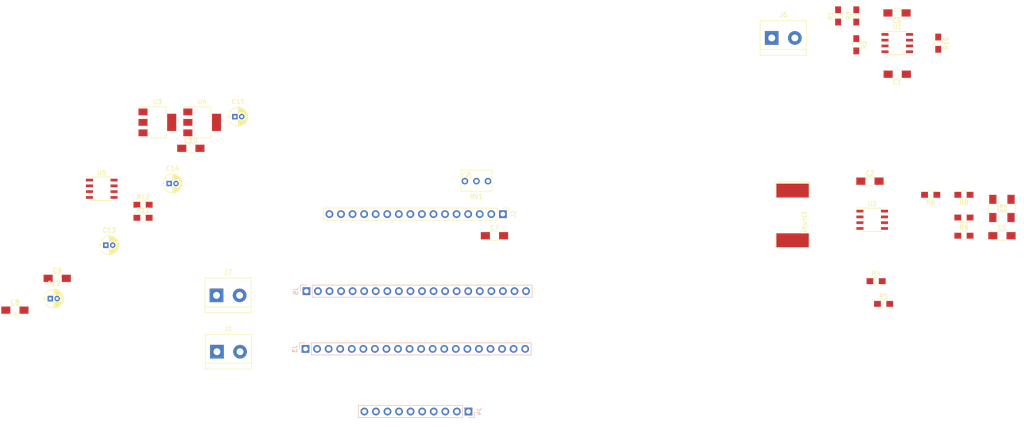
<source format=kicad_pcb>
(kicad_pcb (version 20171130) (host pcbnew "(5.1.5)-3")

  (general
    (thickness 1.6)
    (drawings 0)
    (tracks 0)
    (zones 0)
    (modules 40)
    (nets 26)
  )

  (page A4)
  (layers
    (0 F.Cu signal)
    (1 PWR power)
    (2 GND power)
    (31 B.Cu signal)
    (32 B.Adhes user)
    (33 F.Adhes user)
    (34 B.Paste user)
    (35 F.Paste user)
    (36 B.SilkS user)
    (37 F.SilkS user)
    (38 B.Mask user)
    (39 F.Mask user)
    (40 Dwgs.User user)
    (41 Cmts.User user)
    (42 Eco1.User user)
    (43 Eco2.User user)
    (44 Edge.Cuts user)
    (45 Margin user)
    (46 B.CrtYd user)
    (47 F.CrtYd user)
    (48 B.Fab user)
    (49 F.Fab user)
  )

  (setup
    (last_trace_width 0.7)
    (user_trace_width 0.5)
    (user_trace_width 0.7)
    (user_trace_width 1)
    (user_trace_width 3)
    (trace_clearance 0.5)
    (zone_clearance 0.508)
    (zone_45_only no)
    (trace_min 0.1)
    (via_size 0.8)
    (via_drill 0.4)
    (via_min_size 0.3)
    (via_min_drill 0.4)
    (user_via 1.5 1)
    (uvia_size 0.3)
    (uvia_drill 0.1)
    (uvias_allowed no)
    (uvia_min_size 0.2)
    (uvia_min_drill 0.1)
    (edge_width 0.15)
    (segment_width 0.2)
    (pcb_text_width 0.3)
    (pcb_text_size 1.5 1.5)
    (mod_edge_width 0.15)
    (mod_text_size 1 1)
    (mod_text_width 0.15)
    (pad_size 1.524 1.524)
    (pad_drill 0.762)
    (pad_to_mask_clearance 0.2)
    (aux_axis_origin 0 0)
    (visible_elements 7FFFFFFF)
    (pcbplotparams
      (layerselection 0x010fc_ffffffff)
      (usegerberextensions false)
      (usegerberattributes false)
      (usegerberadvancedattributes false)
      (creategerberjobfile false)
      (excludeedgelayer true)
      (linewidth 0.100000)
      (plotframeref false)
      (viasonmask false)
      (mode 1)
      (useauxorigin false)
      (hpglpennumber 1)
      (hpglpenspeed 20)
      (hpglpendiameter 15.000000)
      (psnegative false)
      (psa4output false)
      (plotreference true)
      (plotvalue true)
      (plotinvisibletext false)
      (padsonsilk false)
      (subtractmaskfromsilk false)
      (outputformat 1)
      (mirror false)
      (drillshape 1)
      (scaleselection 1)
      (outputdirectory ""))
  )

  (net 0 "")
  (net 1 GND)
  (net 2 +5V)
  (net 3 /ADC_1)
  (net 4 /ADC_0)
  (net 5 /ADC_2)
  (net 6 +3V3)
  (net 7 /LOAD)
  (net 8 /DISPLAY_DB7)
  (net 9 /DISPLAY_DB6)
  (net 10 /DISPLAY_DB5)
  (net 11 /DISPLAY_DB4)
  (net 12 /DISPLAY_ENABLE)
  (net 13 /DISPLAY_RESET)
  (net 14 /DISPLAY_VO)
  (net 15 /SCL)
  (net 16 /SDA)
  (net 17 /VOLTAGE)
  (net 18 /POWER)
  (net 19 "Net-(R1-Pad2)")
  (net 20 "Net-(R4-Pad1)")
  (net 21 "Net-(R5-Pad1)")
  (net 22 /VCM)
  (net 23 "Net-(R7-Pad1)")
  (net 24 "Net-(R10-Pad2)")
  (net 25 "Net-(R11-Pad2)")

  (net_class Default "Esta es la clase de red por defecto."
    (clearance 0.5)
    (trace_width 0.25)
    (via_dia 0.8)
    (via_drill 0.4)
    (uvia_dia 0.3)
    (uvia_drill 0.1)
    (add_net +3V3)
    (add_net +5V)
    (add_net /ADC_0)
    (add_net /ADC_1)
    (add_net /ADC_2)
    (add_net /DISPLAY_DB4)
    (add_net /DISPLAY_DB5)
    (add_net /DISPLAY_DB6)
    (add_net /DISPLAY_DB7)
    (add_net /DISPLAY_ENABLE)
    (add_net /DISPLAY_RESET)
    (add_net /DISPLAY_VO)
    (add_net /LOAD)
    (add_net /POWER)
    (add_net /SCL)
    (add_net /SDA)
    (add_net /VCM)
    (add_net /VOLTAGE)
    (add_net GND)
    (add_net "Net-(R1-Pad2)")
    (add_net "Net-(R10-Pad2)")
    (add_net "Net-(R11-Pad2)")
    (add_net "Net-(R4-Pad1)")
    (add_net "Net-(R5-Pad1)")
    (add_net "Net-(R7-Pad1)")
  )

  (module Housings_SOIC:SOIC-8_3.9x4.9mm_Pitch1.27mm (layer F.Cu) (tedit 58CD0CDA) (tstamp 5EB6C28C)
    (at 48.21 63.67)
    (descr "8-Lead Plastic Small Outline (SN) - Narrow, 3.90 mm Body [SOIC] (see Microchip Packaging Specification 00000049BS.pdf)")
    (tags "SOIC 1.27")
    (path /5CD0A309)
    (attr smd)
    (fp_text reference U5 (at 0 -3.5) (layer F.SilkS)
      (effects (font (size 1 1) (thickness 0.15)))
    )
    (fp_text value ‎MCP6241T (at 0 3.5) (layer F.Fab)
      (effects (font (size 1 1) (thickness 0.15)))
    )
    (fp_text user %R (at 0 0) (layer F.Fab)
      (effects (font (size 1 1) (thickness 0.15)))
    )
    (fp_line (start -0.95 -2.45) (end 1.95 -2.45) (layer F.Fab) (width 0.1))
    (fp_line (start 1.95 -2.45) (end 1.95 2.45) (layer F.Fab) (width 0.1))
    (fp_line (start 1.95 2.45) (end -1.95 2.45) (layer F.Fab) (width 0.1))
    (fp_line (start -1.95 2.45) (end -1.95 -1.45) (layer F.Fab) (width 0.1))
    (fp_line (start -1.95 -1.45) (end -0.95 -2.45) (layer F.Fab) (width 0.1))
    (fp_line (start -3.73 -2.7) (end -3.73 2.7) (layer F.CrtYd) (width 0.05))
    (fp_line (start 3.73 -2.7) (end 3.73 2.7) (layer F.CrtYd) (width 0.05))
    (fp_line (start -3.73 -2.7) (end 3.73 -2.7) (layer F.CrtYd) (width 0.05))
    (fp_line (start -3.73 2.7) (end 3.73 2.7) (layer F.CrtYd) (width 0.05))
    (fp_line (start -2.075 -2.575) (end -2.075 -2.525) (layer F.SilkS) (width 0.15))
    (fp_line (start 2.075 -2.575) (end 2.075 -2.43) (layer F.SilkS) (width 0.15))
    (fp_line (start 2.075 2.575) (end 2.075 2.43) (layer F.SilkS) (width 0.15))
    (fp_line (start -2.075 2.575) (end -2.075 2.43) (layer F.SilkS) (width 0.15))
    (fp_line (start -2.075 -2.575) (end 2.075 -2.575) (layer F.SilkS) (width 0.15))
    (fp_line (start -2.075 2.575) (end 2.075 2.575) (layer F.SilkS) (width 0.15))
    (fp_line (start -2.075 -2.525) (end -3.475 -2.525) (layer F.SilkS) (width 0.15))
    (pad 1 smd rect (at -2.7 -1.905) (size 1.55 0.6) (layers F.Cu F.Paste F.Mask))
    (pad 2 smd rect (at -2.7 -0.635) (size 1.55 0.6) (layers F.Cu F.Paste F.Mask)
      (net 22 /VCM))
    (pad 3 smd rect (at -2.7 0.635) (size 1.55 0.6) (layers F.Cu F.Paste F.Mask)
      (net 25 "Net-(R11-Pad2)"))
    (pad 4 smd rect (at -2.7 1.905) (size 1.55 0.6) (layers F.Cu F.Paste F.Mask)
      (net 1 GND))
    (pad 5 smd rect (at 2.7 1.905) (size 1.55 0.6) (layers F.Cu F.Paste F.Mask))
    (pad 6 smd rect (at 2.7 0.635) (size 1.55 0.6) (layers F.Cu F.Paste F.Mask)
      (net 22 /VCM))
    (pad 7 smd rect (at 2.7 -0.635) (size 1.55 0.6) (layers F.Cu F.Paste F.Mask)
      (net 2 +5V))
    (pad 8 smd rect (at 2.7 -1.905) (size 1.55 0.6) (layers F.Cu F.Paste F.Mask))
    (model ${KISYS3DMOD}/Housings_SOIC.3dshapes/SOIC-8_3.9x4.9mm_Pitch1.27mm.wrl
      (at (xyz 0 0 0))
      (scale (xyz 1 1 1))
      (rotate (xyz 0 0 0))
    )
  )

  (module TO_SOT_Packages_SMD:SOT-223-3_TabPin2 (layer F.Cu) (tedit 58CE4E7E) (tstamp 5EB6C289)
    (at 70.28 49.07)
    (descr "module CMS SOT223 4 pins")
    (tags "CMS SOT")
    (path /5DEDE1B9)
    (attr smd)
    (fp_text reference U4 (at 0 -4.5) (layer F.SilkS)
      (effects (font (size 1 1) (thickness 0.15)))
    )
    (fp_text value LM1117-5.0 (at 0 4.5) (layer F.Fab)
      (effects (font (size 1 1) (thickness 0.15)))
    )
    (fp_text user %R (at 0 0 90) (layer F.Fab)
      (effects (font (size 0.8 0.8) (thickness 0.12)))
    )
    (fp_line (start 1.91 3.41) (end 1.91 2.15) (layer F.SilkS) (width 0.12))
    (fp_line (start 1.91 -3.41) (end 1.91 -2.15) (layer F.SilkS) (width 0.12))
    (fp_line (start 4.4 -3.6) (end -4.4 -3.6) (layer F.CrtYd) (width 0.05))
    (fp_line (start 4.4 3.6) (end 4.4 -3.6) (layer F.CrtYd) (width 0.05))
    (fp_line (start -4.4 3.6) (end 4.4 3.6) (layer F.CrtYd) (width 0.05))
    (fp_line (start -4.4 -3.6) (end -4.4 3.6) (layer F.CrtYd) (width 0.05))
    (fp_line (start -1.85 -2.35) (end -0.85 -3.35) (layer F.Fab) (width 0.1))
    (fp_line (start -1.85 -2.35) (end -1.85 3.35) (layer F.Fab) (width 0.1))
    (fp_line (start -1.85 3.41) (end 1.91 3.41) (layer F.SilkS) (width 0.12))
    (fp_line (start -0.85 -3.35) (end 1.85 -3.35) (layer F.Fab) (width 0.1))
    (fp_line (start -4.1 -3.41) (end 1.91 -3.41) (layer F.SilkS) (width 0.12))
    (fp_line (start -1.85 3.35) (end 1.85 3.35) (layer F.Fab) (width 0.1))
    (fp_line (start 1.85 -3.35) (end 1.85 3.35) (layer F.Fab) (width 0.1))
    (pad 2 smd rect (at 3.15 0) (size 2 3.8) (layers F.Cu F.Paste F.Mask)
      (net 2 +5V))
    (pad 2 smd rect (at -3.15 0) (size 2 1.5) (layers F.Cu F.Paste F.Mask)
      (net 2 +5V))
    (pad 3 smd rect (at -3.15 2.3) (size 2 1.5) (layers F.Cu F.Paste F.Mask)
      (net 18 /POWER))
    (pad 1 smd rect (at -3.15 -2.3) (size 2 1.5) (layers F.Cu F.Paste F.Mask)
      (net 1 GND))
    (model ${KISYS3DMOD}/TO_SOT_Packages_SMD.3dshapes/SOT-223.wrl
      (at (xyz 0 0 0))
      (scale (xyz 1 1 1))
      (rotate (xyz 0 0 0))
    )
  )

  (module TO_SOT_Packages_SMD:SOT-223-3_TabPin2 (layer F.Cu) (tedit 58CE4E7E) (tstamp 5EB6C286)
    (at 60.43 49.07)
    (descr "module CMS SOT223 4 pins")
    (tags "CMS SOT")
    (path /5DEDD55A)
    (attr smd)
    (fp_text reference U3 (at 0 -4.5) (layer F.SilkS)
      (effects (font (size 1 1) (thickness 0.15)))
    )
    (fp_text value LM1117-3.3 (at 0 4.5) (layer F.Fab)
      (effects (font (size 1 1) (thickness 0.15)))
    )
    (fp_text user %R (at 0 0 90) (layer F.Fab)
      (effects (font (size 0.8 0.8) (thickness 0.12)))
    )
    (fp_line (start 1.91 3.41) (end 1.91 2.15) (layer F.SilkS) (width 0.12))
    (fp_line (start 1.91 -3.41) (end 1.91 -2.15) (layer F.SilkS) (width 0.12))
    (fp_line (start 4.4 -3.6) (end -4.4 -3.6) (layer F.CrtYd) (width 0.05))
    (fp_line (start 4.4 3.6) (end 4.4 -3.6) (layer F.CrtYd) (width 0.05))
    (fp_line (start -4.4 3.6) (end 4.4 3.6) (layer F.CrtYd) (width 0.05))
    (fp_line (start -4.4 -3.6) (end -4.4 3.6) (layer F.CrtYd) (width 0.05))
    (fp_line (start -1.85 -2.35) (end -0.85 -3.35) (layer F.Fab) (width 0.1))
    (fp_line (start -1.85 -2.35) (end -1.85 3.35) (layer F.Fab) (width 0.1))
    (fp_line (start -1.85 3.41) (end 1.91 3.41) (layer F.SilkS) (width 0.12))
    (fp_line (start -0.85 -3.35) (end 1.85 -3.35) (layer F.Fab) (width 0.1))
    (fp_line (start -4.1 -3.41) (end 1.91 -3.41) (layer F.SilkS) (width 0.12))
    (fp_line (start -1.85 3.35) (end 1.85 3.35) (layer F.Fab) (width 0.1))
    (fp_line (start 1.85 -3.35) (end 1.85 3.35) (layer F.Fab) (width 0.1))
    (pad 2 smd rect (at 3.15 0) (size 2 3.8) (layers F.Cu F.Paste F.Mask)
      (net 6 +3V3))
    (pad 2 smd rect (at -3.15 0) (size 2 1.5) (layers F.Cu F.Paste F.Mask)
      (net 6 +3V3))
    (pad 3 smd rect (at -3.15 2.3) (size 2 1.5) (layers F.Cu F.Paste F.Mask)
      (net 18 /POWER))
    (pad 1 smd rect (at -3.15 -2.3) (size 2 1.5) (layers F.Cu F.Paste F.Mask)
      (net 1 GND))
    (model ${KISYS3DMOD}/TO_SOT_Packages_SMD.3dshapes/SOT-223.wrl
      (at (xyz 0 0 0))
      (scale (xyz 1 1 1))
      (rotate (xyz 0 0 0))
    )
  )

  (module Housings_SOIC:SOIC-8_3.9x4.9mm_Pitch1.27mm (layer F.Cu) (tedit 58CD0CDA) (tstamp 5EB6C283)
    (at 217.5 70.5)
    (descr "8-Lead Plastic Small Outline (SN) - Narrow, 3.90 mm Body [SOIC] (see Microchip Packaging Specification 00000049BS.pdf)")
    (tags "SOIC 1.27")
    (path /5D03680B)
    (attr smd)
    (fp_text reference U2 (at 0 -3.5) (layer F.SilkS)
      (effects (font (size 1 1) (thickness 0.15)))
    )
    (fp_text value AD8628 (at 0 3.5) (layer F.Fab)
      (effects (font (size 1 1) (thickness 0.15)))
    )
    (fp_text user %R (at 0 0) (layer F.Fab)
      (effects (font (size 1 1) (thickness 0.15)))
    )
    (fp_line (start -0.95 -2.45) (end 1.95 -2.45) (layer F.Fab) (width 0.1))
    (fp_line (start 1.95 -2.45) (end 1.95 2.45) (layer F.Fab) (width 0.1))
    (fp_line (start 1.95 2.45) (end -1.95 2.45) (layer F.Fab) (width 0.1))
    (fp_line (start -1.95 2.45) (end -1.95 -1.45) (layer F.Fab) (width 0.1))
    (fp_line (start -1.95 -1.45) (end -0.95 -2.45) (layer F.Fab) (width 0.1))
    (fp_line (start -3.73 -2.7) (end -3.73 2.7) (layer F.CrtYd) (width 0.05))
    (fp_line (start 3.73 -2.7) (end 3.73 2.7) (layer F.CrtYd) (width 0.05))
    (fp_line (start -3.73 -2.7) (end 3.73 -2.7) (layer F.CrtYd) (width 0.05))
    (fp_line (start -3.73 2.7) (end 3.73 2.7) (layer F.CrtYd) (width 0.05))
    (fp_line (start -2.075 -2.575) (end -2.075 -2.525) (layer F.SilkS) (width 0.15))
    (fp_line (start 2.075 -2.575) (end 2.075 -2.43) (layer F.SilkS) (width 0.15))
    (fp_line (start 2.075 2.575) (end 2.075 2.43) (layer F.SilkS) (width 0.15))
    (fp_line (start -2.075 2.575) (end -2.075 2.43) (layer F.SilkS) (width 0.15))
    (fp_line (start -2.075 -2.575) (end 2.075 -2.575) (layer F.SilkS) (width 0.15))
    (fp_line (start -2.075 2.575) (end 2.075 2.575) (layer F.SilkS) (width 0.15))
    (fp_line (start -2.075 -2.525) (end -3.475 -2.525) (layer F.SilkS) (width 0.15))
    (pad 1 smd rect (at -2.7 -1.905) (size 1.55 0.6) (layers F.Cu F.Paste F.Mask))
    (pad 2 smd rect (at -2.7 -0.635) (size 1.55 0.6) (layers F.Cu F.Paste F.Mask)
      (net 21 "Net-(R5-Pad1)"))
    (pad 3 smd rect (at -2.7 0.635) (size 1.55 0.6) (layers F.Cu F.Paste F.Mask)
      (net 20 "Net-(R4-Pad1)"))
    (pad 4 smd rect (at -2.7 1.905) (size 1.55 0.6) (layers F.Cu F.Paste F.Mask)
      (net 1 GND))
    (pad 5 smd rect (at 2.7 1.905) (size 1.55 0.6) (layers F.Cu F.Paste F.Mask))
    (pad 6 smd rect (at 2.7 0.635) (size 1.55 0.6) (layers F.Cu F.Paste F.Mask)
      (net 23 "Net-(R7-Pad1)"))
    (pad 7 smd rect (at 2.7 -0.635) (size 1.55 0.6) (layers F.Cu F.Paste F.Mask)
      (net 2 +5V))
    (pad 8 smd rect (at 2.7 -1.905) (size 1.55 0.6) (layers F.Cu F.Paste F.Mask))
    (model ${KISYS3DMOD}/Housings_SOIC.3dshapes/SOIC-8_3.9x4.9mm_Pitch1.27mm.wrl
      (at (xyz 0 0 0))
      (scale (xyz 1 1 1))
      (rotate (xyz 0 0 0))
    )
  )

  (module Housings_SOIC:SOIC-8_3.9x4.9mm_Pitch1.27mm (layer F.Cu) (tedit 58CD0CDA) (tstamp 5EB6C280)
    (at 223 31.625)
    (descr "8-Lead Plastic Small Outline (SN) - Narrow, 3.90 mm Body [SOIC] (see Microchip Packaging Specification 00000049BS.pdf)")
    (tags "SOIC 1.27")
    (path /5D033663)
    (attr smd)
    (fp_text reference U1 (at 0 -3.5) (layer F.SilkS)
      (effects (font (size 1 1) (thickness 0.15)))
    )
    (fp_text value AD8628 (at 0 3.5) (layer F.Fab)
      (effects (font (size 1 1) (thickness 0.15)))
    )
    (fp_text user %R (at 0 0) (layer F.Fab)
      (effects (font (size 1 1) (thickness 0.15)))
    )
    (fp_line (start -0.95 -2.45) (end 1.95 -2.45) (layer F.Fab) (width 0.1))
    (fp_line (start 1.95 -2.45) (end 1.95 2.45) (layer F.Fab) (width 0.1))
    (fp_line (start 1.95 2.45) (end -1.95 2.45) (layer F.Fab) (width 0.1))
    (fp_line (start -1.95 2.45) (end -1.95 -1.45) (layer F.Fab) (width 0.1))
    (fp_line (start -1.95 -1.45) (end -0.95 -2.45) (layer F.Fab) (width 0.1))
    (fp_line (start -3.73 -2.7) (end -3.73 2.7) (layer F.CrtYd) (width 0.05))
    (fp_line (start 3.73 -2.7) (end 3.73 2.7) (layer F.CrtYd) (width 0.05))
    (fp_line (start -3.73 -2.7) (end 3.73 -2.7) (layer F.CrtYd) (width 0.05))
    (fp_line (start -3.73 2.7) (end 3.73 2.7) (layer F.CrtYd) (width 0.05))
    (fp_line (start -2.075 -2.575) (end -2.075 -2.525) (layer F.SilkS) (width 0.15))
    (fp_line (start 2.075 -2.575) (end 2.075 -2.43) (layer F.SilkS) (width 0.15))
    (fp_line (start 2.075 2.575) (end 2.075 2.43) (layer F.SilkS) (width 0.15))
    (fp_line (start -2.075 2.575) (end -2.075 2.43) (layer F.SilkS) (width 0.15))
    (fp_line (start -2.075 -2.575) (end 2.075 -2.575) (layer F.SilkS) (width 0.15))
    (fp_line (start -2.075 2.575) (end 2.075 2.575) (layer F.SilkS) (width 0.15))
    (fp_line (start -2.075 -2.525) (end -3.475 -2.525) (layer F.SilkS) (width 0.15))
    (pad 1 smd rect (at -2.7 -1.905) (size 1.55 0.6) (layers F.Cu F.Paste F.Mask))
    (pad 2 smd rect (at -2.7 -0.635) (size 1.55 0.6) (layers F.Cu F.Paste F.Mask)
      (net 24 "Net-(R10-Pad2)"))
    (pad 3 smd rect (at -2.7 0.635) (size 1.55 0.6) (layers F.Cu F.Paste F.Mask)
      (net 19 "Net-(R1-Pad2)"))
    (pad 4 smd rect (at -2.7 1.905) (size 1.55 0.6) (layers F.Cu F.Paste F.Mask)
      (net 1 GND))
    (pad 5 smd rect (at 2.7 1.905) (size 1.55 0.6) (layers F.Cu F.Paste F.Mask))
    (pad 6 smd rect (at 2.7 0.635) (size 1.55 0.6) (layers F.Cu F.Paste F.Mask)
      (net 24 "Net-(R10-Pad2)"))
    (pad 7 smd rect (at 2.7 -0.635) (size 1.55 0.6) (layers F.Cu F.Paste F.Mask)
      (net 2 +5V))
    (pad 8 smd rect (at 2.7 -1.905) (size 1.55 0.6) (layers F.Cu F.Paste F.Mask))
    (model ${KISYS3DMOD}/Housings_SOIC.3dshapes/SOIC-8_3.9x4.9mm_Pitch1.27mm.wrl
      (at (xyz 0 0 0))
      (scale (xyz 1 1 1))
      (rotate (xyz 0 0 0))
    )
  )

  (module "SMD 4527:SMD-1206_Pol" (layer F.Cu) (tedit 5C749184) (tstamp 5EB6C27D)
    (at 202.54 65.729 270)
    (path /5C71460C)
    (attr smd)
    (fp_text reference Shunt1 (at 5.334 0 90) (layer F.SilkS)
      (effects (font (size 1 1) (thickness 0.15)))
    )
    (fp_text value 0.05 (at 5.334 0 90) (layer F.Fab)
      (effects (font (size 1 1) (thickness 0.15)))
    )
    (fp_line (start -1.651 -1.143) (end -3.302 -1.143) (layer F.SilkS) (width 0.15))
    (fp_line (start 10.922 -1.143) (end 10.922 1.143) (layer F.SilkS) (width 0.15))
    (fp_line (start 9.271 -1.143) (end 10.922 -1.143) (layer F.SilkS) (width 0.15))
    (fp_line (start -3.302 -1.143) (end -3.302 1.143) (layer F.SilkS) (width 0.15))
    (fp_line (start -3.556 -1.143) (end -3.556 1.143) (layer F.SilkS) (width 0.15))
    (fp_line (start -3.302 -1.143) (end -3.556 -1.143) (layer F.SilkS) (width 0.15))
    (fp_line (start -3.302 -1.143) (end -3.302 5.969) (layer F.SilkS) (width 0.15))
    (fp_line (start -3.556 1.143) (end -3.556 5.969) (layer F.SilkS) (width 0.15))
    (fp_line (start 10.922 1.143) (end 10.922 5.969) (layer F.SilkS) (width 0.15))
    (fp_line (start -3.556 6.223) (end -1.651 6.223) (layer F.SilkS) (width 0.15))
    (fp_line (start -3.556 6.096) (end -3.556 6.223) (layer F.SilkS) (width 0.15))
    (fp_line (start -3.556 5.969) (end -3.556 6.096) (layer F.SilkS) (width 0.15))
    (fp_line (start -3.302 6.096) (end -3.302 6.223) (layer F.SilkS) (width 0.15))
    (fp_line (start -3.302 5.969) (end -3.302 6.096) (layer F.SilkS) (width 0.15))
    (fp_line (start 10.922 6.223) (end 10.922 5.842) (layer F.SilkS) (width 0.15))
    (fp_line (start 9.271 6.223) (end 10.922 6.223) (layer F.SilkS) (width 0.15))
    (fp_line (start -3.175 -1.143) (end -0.127 -1.143) (layer F.SilkS) (width 0.15))
    (fp_line (start -3.175 6.223) (end -0.127 6.223) (layer F.SilkS) (width 0.15))
    (fp_line (start 10.795 6.223) (end 7.747 6.223) (layer F.SilkS) (width 0.15))
    (fp_line (start 10.795 -1.143) (end 7.747 -1.143) (layer F.SilkS) (width 0.15))
    (pad 2 smd rect (at 9.271 2.54 270) (size 3.048 7.112) (layers F.Cu F.Paste F.Mask)
      (net 1 GND))
    (pad 1 smd rect (at -1.651 2.54 270) (size 3.048 7.112) (layers F.Cu F.Paste F.Mask)
      (net 7 /LOAD))
    (model SMD_Packages.3dshapes/SMD-1206_Pol.wrl
      (at (xyz 0 0 0))
      (scale (xyz 0.17 0.16 0.16))
      (rotate (xyz 0 0 0))
    )
  )

  (module Potentiometers:Potentiometer_Trimmer_Bourns_3266Y (layer F.Cu) (tedit 58826B0B) (tstamp 5EB6C263)
    (at 128 62 180)
    (descr "Spindle Trimmer Potentiometer, Bourns 3266Y, https://www.bourns.com/pdfs/3266.pdf")
    (tags "Spindle Trimmer Potentiometer   Bourns 3266Y")
    (path /5C9DECAA)
    (fp_text reference RV1 (at -2.54 -3.41) (layer F.SilkS)
      (effects (font (size 1 1) (thickness 0.15)))
    )
    (fp_text value 10k (at -2.54 3.59) (layer F.Fab)
      (effects (font (size 1 1) (thickness 0.15)))
    )
    (fp_arc (start -0.405 1.07) (end -0.405 2.02) (angle -100) (layer F.SilkS) (width 0.12))
    (fp_arc (start -0.405 1.07) (end -0.879 0.248) (angle -151) (layer F.SilkS) (width 0.12))
    (fp_circle (center -0.405 1.07) (end 0.485 1.07) (layer F.Fab) (width 0.1))
    (fp_line (start -5.895 -2.16) (end -5.895 2.34) (layer F.Fab) (width 0.1))
    (fp_line (start -5.895 2.34) (end 0.815 2.34) (layer F.Fab) (width 0.1))
    (fp_line (start 0.815 2.34) (end 0.815 -2.16) (layer F.Fab) (width 0.1))
    (fp_line (start 0.815 -2.16) (end -5.895 -2.16) (layer F.Fab) (width 0.1))
    (fp_line (start 0.27 0.504) (end -0.971 1.745) (layer F.Fab) (width 0.1))
    (fp_line (start 0.162 0.396) (end -1.08 1.637) (layer F.Fab) (width 0.1))
    (fp_line (start -5.955 -2.22) (end 0.875 -2.22) (layer F.SilkS) (width 0.12))
    (fp_line (start -5.955 2.4) (end 0.875 2.4) (layer F.SilkS) (width 0.12))
    (fp_line (start -5.955 -2.22) (end -5.955 -0.465) (layer F.SilkS) (width 0.12))
    (fp_line (start -5.955 0.466) (end -5.955 2.4) (layer F.SilkS) (width 0.12))
    (fp_line (start 0.875 -2.22) (end 0.875 -0.465) (layer F.SilkS) (width 0.12))
    (fp_line (start 0.875 0.466) (end 0.875 2.4) (layer F.SilkS) (width 0.12))
    (fp_line (start -0.135 0.916) (end -1.009 1.791) (layer F.SilkS) (width 0.12))
    (fp_line (start -0.37 0.92) (end -1.125 1.675) (layer F.SilkS) (width 0.12))
    (fp_line (start -6.15 -2.45) (end -6.15 2.6) (layer F.CrtYd) (width 0.05))
    (fp_line (start -6.15 2.6) (end 1.1 2.6) (layer F.CrtYd) (width 0.05))
    (fp_line (start 1.1 2.6) (end 1.1 -2.45) (layer F.CrtYd) (width 0.05))
    (fp_line (start 1.1 -2.45) (end -6.15 -2.45) (layer F.CrtYd) (width 0.05))
    (pad 1 thru_hole circle (at 0 0 180) (size 1.44 1.44) (drill 0.8) (layers *.Cu *.Mask)
      (net 1 GND))
    (pad 2 thru_hole circle (at -2.54 0 180) (size 1.44 1.44) (drill 0.8) (layers *.Cu *.Mask)
      (net 14 /DISPLAY_VO))
    (pad 3 thru_hole circle (at -5.08 0 180) (size 1.44 1.44) (drill 0.8) (layers *.Cu *.Mask)
      (net 2 +5V))
    (model Potentiometers.3dshapes/Potentiometer_Trimmer_Bourns_3266Y.wrl
      (at (xyz 0 0 0))
      (scale (xyz 0.393701 0.393701 0.393701))
      (rotate (xyz 0 0 0))
    )
  )

  (module Resistors_SMD:R_0805_HandSoldering (layer F.Cu) (tedit 58E0A804) (tstamp 5EB6C260)
    (at 57.28 67.185)
    (descr "Resistor SMD 0805, hand soldering")
    (tags "resistor 0805")
    (path /5C670666)
    (attr smd)
    (fp_text reference R12 (at 0 -1.7) (layer F.SilkS)
      (effects (font (size 1 1) (thickness 0.15)))
    )
    (fp_text value 10k (at 0 1.75) (layer F.Fab)
      (effects (font (size 1 1) (thickness 0.15)))
    )
    (fp_text user %R (at 0 0) (layer F.Fab)
      (effects (font (size 0.5 0.5) (thickness 0.075)))
    )
    (fp_line (start -1 0.62) (end -1 -0.62) (layer F.Fab) (width 0.1))
    (fp_line (start 1 0.62) (end -1 0.62) (layer F.Fab) (width 0.1))
    (fp_line (start 1 -0.62) (end 1 0.62) (layer F.Fab) (width 0.1))
    (fp_line (start -1 -0.62) (end 1 -0.62) (layer F.Fab) (width 0.1))
    (fp_line (start 0.6 0.88) (end -0.6 0.88) (layer F.SilkS) (width 0.12))
    (fp_line (start -0.6 -0.88) (end 0.6 -0.88) (layer F.SilkS) (width 0.12))
    (fp_line (start -2.35 -0.9) (end 2.35 -0.9) (layer F.CrtYd) (width 0.05))
    (fp_line (start -2.35 -0.9) (end -2.35 0.9) (layer F.CrtYd) (width 0.05))
    (fp_line (start 2.35 0.9) (end 2.35 -0.9) (layer F.CrtYd) (width 0.05))
    (fp_line (start 2.35 0.9) (end -2.35 0.9) (layer F.CrtYd) (width 0.05))
    (pad 1 smd rect (at -1.35 0) (size 1.5 1.3) (layers F.Cu F.Paste F.Mask)
      (net 25 "Net-(R11-Pad2)"))
    (pad 2 smd rect (at 1.35 0) (size 1.5 1.3) (layers F.Cu F.Paste F.Mask)
      (net 1 GND))
    (model ${KISYS3DMOD}/Resistors_SMD.3dshapes/R_0805.wrl
      (at (xyz 0 0 0))
      (scale (xyz 1 1 1))
      (rotate (xyz 0 0 0))
    )
  )

  (module Resistors_SMD:R_0805_HandSoldering (layer F.Cu) (tedit 58E0A804) (tstamp 5EB6C25D)
    (at 57.28 70.065)
    (descr "Resistor SMD 0805, hand soldering")
    (tags "resistor 0805")
    (path /5C6705F1)
    (attr smd)
    (fp_text reference R11 (at 0 -1.7) (layer F.SilkS)
      (effects (font (size 1 1) (thickness 0.15)))
    )
    (fp_text value 10k (at 0 1.75) (layer F.Fab)
      (effects (font (size 1 1) (thickness 0.15)))
    )
    (fp_text user %R (at 0 0) (layer F.Fab)
      (effects (font (size 0.5 0.5) (thickness 0.075)))
    )
    (fp_line (start -1 0.62) (end -1 -0.62) (layer F.Fab) (width 0.1))
    (fp_line (start 1 0.62) (end -1 0.62) (layer F.Fab) (width 0.1))
    (fp_line (start 1 -0.62) (end 1 0.62) (layer F.Fab) (width 0.1))
    (fp_line (start -1 -0.62) (end 1 -0.62) (layer F.Fab) (width 0.1))
    (fp_line (start 0.6 0.88) (end -0.6 0.88) (layer F.SilkS) (width 0.12))
    (fp_line (start -0.6 -0.88) (end 0.6 -0.88) (layer F.SilkS) (width 0.12))
    (fp_line (start -2.35 -0.9) (end 2.35 -0.9) (layer F.CrtYd) (width 0.05))
    (fp_line (start -2.35 -0.9) (end -2.35 0.9) (layer F.CrtYd) (width 0.05))
    (fp_line (start 2.35 0.9) (end 2.35 -0.9) (layer F.CrtYd) (width 0.05))
    (fp_line (start 2.35 0.9) (end -2.35 0.9) (layer F.CrtYd) (width 0.05))
    (pad 1 smd rect (at -1.35 0) (size 1.5 1.3) (layers F.Cu F.Paste F.Mask)
      (net 2 +5V))
    (pad 2 smd rect (at 1.35 0) (size 1.5 1.3) (layers F.Cu F.Paste F.Mask)
      (net 25 "Net-(R11-Pad2)"))
    (model ${KISYS3DMOD}/Resistors_SMD.3dshapes/R_0805.wrl
      (at (xyz 0 0 0))
      (scale (xyz 1 1 1))
      (rotate (xyz 0 0 0))
    )
  )

  (module Resistors_SMD:R_0805_HandSoldering (layer F.Cu) (tedit 58E0A804) (tstamp 5EB6C25A)
    (at 232 31.65 270)
    (descr "Resistor SMD 0805, hand soldering")
    (tags "resistor 0805")
    (path /5C65A2DF)
    (attr smd)
    (fp_text reference R10 (at 0 -1.7 90) (layer F.SilkS)
      (effects (font (size 1 1) (thickness 0.15)))
    )
    (fp_text value 12k (at 0 1.75 90) (layer F.Fab)
      (effects (font (size 1 1) (thickness 0.15)))
    )
    (fp_text user %R (at 0 0 90) (layer F.Fab)
      (effects (font (size 0.5 0.5) (thickness 0.075)))
    )
    (fp_line (start -1 0.62) (end -1 -0.62) (layer F.Fab) (width 0.1))
    (fp_line (start 1 0.62) (end -1 0.62) (layer F.Fab) (width 0.1))
    (fp_line (start 1 -0.62) (end 1 0.62) (layer F.Fab) (width 0.1))
    (fp_line (start -1 -0.62) (end 1 -0.62) (layer F.Fab) (width 0.1))
    (fp_line (start 0.6 0.88) (end -0.6 0.88) (layer F.SilkS) (width 0.12))
    (fp_line (start -0.6 -0.88) (end 0.6 -0.88) (layer F.SilkS) (width 0.12))
    (fp_line (start -2.35 -0.9) (end 2.35 -0.9) (layer F.CrtYd) (width 0.05))
    (fp_line (start -2.35 -0.9) (end -2.35 0.9) (layer F.CrtYd) (width 0.05))
    (fp_line (start 2.35 0.9) (end 2.35 -0.9) (layer F.CrtYd) (width 0.05))
    (fp_line (start 2.35 0.9) (end -2.35 0.9) (layer F.CrtYd) (width 0.05))
    (pad 1 smd rect (at -1.35 0 270) (size 1.5 1.3) (layers F.Cu F.Paste F.Mask)
      (net 5 /ADC_2))
    (pad 2 smd rect (at 1.35 0 270) (size 1.5 1.3) (layers F.Cu F.Paste F.Mask)
      (net 24 "Net-(R10-Pad2)"))
    (model ${KISYS3DMOD}/Resistors_SMD.3dshapes/R_0805.wrl
      (at (xyz 0 0 0))
      (scale (xyz 1 1 1))
      (rotate (xyz 0 0 0))
    )
  )

  (module Resistors_SMD:R_0805_HandSoldering (layer F.Cu) (tedit 58E0A804) (tstamp 5EB6C257)
    (at 237.65 74)
    (descr "Resistor SMD 0805, hand soldering")
    (tags "resistor 0805")
    (path /5C66DBB4)
    (attr smd)
    (fp_text reference R9 (at 0 -1.7) (layer F.SilkS)
      (effects (font (size 1 1) (thickness 0.15)))
    )
    (fp_text value 100 (at 0 1.75) (layer F.Fab)
      (effects (font (size 1 1) (thickness 0.15)))
    )
    (fp_text user %R (at 0 0) (layer F.Fab)
      (effects (font (size 0.5 0.5) (thickness 0.075)))
    )
    (fp_line (start -1 0.62) (end -1 -0.62) (layer F.Fab) (width 0.1))
    (fp_line (start 1 0.62) (end -1 0.62) (layer F.Fab) (width 0.1))
    (fp_line (start 1 -0.62) (end 1 0.62) (layer F.Fab) (width 0.1))
    (fp_line (start -1 -0.62) (end 1 -0.62) (layer F.Fab) (width 0.1))
    (fp_line (start 0.6 0.88) (end -0.6 0.88) (layer F.SilkS) (width 0.12))
    (fp_line (start -0.6 -0.88) (end 0.6 -0.88) (layer F.SilkS) (width 0.12))
    (fp_line (start -2.35 -0.9) (end 2.35 -0.9) (layer F.CrtYd) (width 0.05))
    (fp_line (start -2.35 -0.9) (end -2.35 0.9) (layer F.CrtYd) (width 0.05))
    (fp_line (start 2.35 0.9) (end 2.35 -0.9) (layer F.CrtYd) (width 0.05))
    (fp_line (start 2.35 0.9) (end -2.35 0.9) (layer F.CrtYd) (width 0.05))
    (pad 1 smd rect (at -1.35 0) (size 1.5 1.3) (layers F.Cu F.Paste F.Mask)
      (net 4 /ADC_0))
    (pad 2 smd rect (at 1.35 0) (size 1.5 1.3) (layers F.Cu F.Paste F.Mask)
      (net 23 "Net-(R7-Pad1)"))
    (model ${KISYS3DMOD}/Resistors_SMD.3dshapes/R_0805.wrl
      (at (xyz 0 0 0))
      (scale (xyz 1 1 1))
      (rotate (xyz 0 0 0))
    )
  )

  (module Resistors_SMD:R_0805_HandSoldering (layer F.Cu) (tedit 58E0A804) (tstamp 5EB6C254)
    (at 237.65 65 180)
    (descr "Resistor SMD 0805, hand soldering")
    (tags "resistor 0805")
    (path /5C66DB4F)
    (attr smd)
    (fp_text reference R8 (at 0 -1.7) (layer F.SilkS)
      (effects (font (size 1 1) (thickness 0.15)))
    )
    (fp_text value 100 (at 0 1.75) (layer F.Fab)
      (effects (font (size 1 1) (thickness 0.15)))
    )
    (fp_text user %R (at 0 0) (layer F.Fab)
      (effects (font (size 0.5 0.5) (thickness 0.075)))
    )
    (fp_line (start -1 0.62) (end -1 -0.62) (layer F.Fab) (width 0.1))
    (fp_line (start 1 0.62) (end -1 0.62) (layer F.Fab) (width 0.1))
    (fp_line (start 1 -0.62) (end 1 0.62) (layer F.Fab) (width 0.1))
    (fp_line (start -1 -0.62) (end 1 -0.62) (layer F.Fab) (width 0.1))
    (fp_line (start 0.6 0.88) (end -0.6 0.88) (layer F.SilkS) (width 0.12))
    (fp_line (start -0.6 -0.88) (end 0.6 -0.88) (layer F.SilkS) (width 0.12))
    (fp_line (start -2.35 -0.9) (end 2.35 -0.9) (layer F.CrtYd) (width 0.05))
    (fp_line (start -2.35 -0.9) (end -2.35 0.9) (layer F.CrtYd) (width 0.05))
    (fp_line (start 2.35 0.9) (end 2.35 -0.9) (layer F.CrtYd) (width 0.05))
    (fp_line (start 2.35 0.9) (end -2.35 0.9) (layer F.CrtYd) (width 0.05))
    (pad 1 smd rect (at -1.35 0 180) (size 1.5 1.3) (layers F.Cu F.Paste F.Mask)
      (net 3 /ADC_1))
    (pad 2 smd rect (at 1.35 0 180) (size 1.5 1.3) (layers F.Cu F.Paste F.Mask)
      (net 22 /VCM))
    (model ${KISYS3DMOD}/Resistors_SMD.3dshapes/R_0805.wrl
      (at (xyz 0 0 0))
      (scale (xyz 1 1 1))
      (rotate (xyz 0 0 0))
    )
  )

  (module Resistors_SMD:R_0805_HandSoldering (layer F.Cu) (tedit 58E0A804) (tstamp 5EB6C251)
    (at 237.65 70 180)
    (descr "Resistor SMD 0805, hand soldering")
    (tags "resistor 0805")
    (path /5C66E28E)
    (attr smd)
    (fp_text reference R7 (at 0 -1.7) (layer F.SilkS)
      (effects (font (size 1 1) (thickness 0.15)))
    )
    (fp_text value 8.2k (at 0 1.75) (layer F.Fab)
      (effects (font (size 1 1) (thickness 0.15)))
    )
    (fp_text user %R (at 0 0) (layer F.Fab)
      (effects (font (size 0.5 0.5) (thickness 0.075)))
    )
    (fp_line (start -1 0.62) (end -1 -0.62) (layer F.Fab) (width 0.1))
    (fp_line (start 1 0.62) (end -1 0.62) (layer F.Fab) (width 0.1))
    (fp_line (start 1 -0.62) (end 1 0.62) (layer F.Fab) (width 0.1))
    (fp_line (start -1 -0.62) (end 1 -0.62) (layer F.Fab) (width 0.1))
    (fp_line (start 0.6 0.88) (end -0.6 0.88) (layer F.SilkS) (width 0.12))
    (fp_line (start -0.6 -0.88) (end 0.6 -0.88) (layer F.SilkS) (width 0.12))
    (fp_line (start -2.35 -0.9) (end 2.35 -0.9) (layer F.CrtYd) (width 0.05))
    (fp_line (start -2.35 -0.9) (end -2.35 0.9) (layer F.CrtYd) (width 0.05))
    (fp_line (start 2.35 0.9) (end 2.35 -0.9) (layer F.CrtYd) (width 0.05))
    (fp_line (start 2.35 0.9) (end -2.35 0.9) (layer F.CrtYd) (width 0.05))
    (pad 1 smd rect (at -1.35 0 180) (size 1.5 1.3) (layers F.Cu F.Paste F.Mask)
      (net 23 "Net-(R7-Pad1)"))
    (pad 2 smd rect (at 1.35 0 180) (size 1.5 1.3) (layers F.Cu F.Paste F.Mask)
      (net 21 "Net-(R5-Pad1)"))
    (model ${KISYS3DMOD}/Resistors_SMD.3dshapes/R_0805.wrl
      (at (xyz 0 0 0))
      (scale (xyz 1 1 1))
      (rotate (xyz 0 0 0))
    )
  )

  (module Resistors_SMD:R_0805_HandSoldering (layer F.Cu) (tedit 58E0A804) (tstamp 5EB6C24E)
    (at 230.35 65 180)
    (descr "Resistor SMD 0805, hand soldering")
    (tags "resistor 0805")
    (path /5C66E070)
    (attr smd)
    (fp_text reference R6 (at 0 -1.7) (layer F.SilkS)
      (effects (font (size 1 1) (thickness 0.15)))
    )
    (fp_text value 8.2k (at 0 1.75) (layer F.Fab)
      (effects (font (size 1 1) (thickness 0.15)))
    )
    (fp_text user %R (at 0 0) (layer F.Fab)
      (effects (font (size 0.5 0.5) (thickness 0.075)))
    )
    (fp_line (start -1 0.62) (end -1 -0.62) (layer F.Fab) (width 0.1))
    (fp_line (start 1 0.62) (end -1 0.62) (layer F.Fab) (width 0.1))
    (fp_line (start 1 -0.62) (end 1 0.62) (layer F.Fab) (width 0.1))
    (fp_line (start -1 -0.62) (end 1 -0.62) (layer F.Fab) (width 0.1))
    (fp_line (start 0.6 0.88) (end -0.6 0.88) (layer F.SilkS) (width 0.12))
    (fp_line (start -0.6 -0.88) (end 0.6 -0.88) (layer F.SilkS) (width 0.12))
    (fp_line (start -2.35 -0.9) (end 2.35 -0.9) (layer F.CrtYd) (width 0.05))
    (fp_line (start -2.35 -0.9) (end -2.35 0.9) (layer F.CrtYd) (width 0.05))
    (fp_line (start 2.35 0.9) (end 2.35 -0.9) (layer F.CrtYd) (width 0.05))
    (fp_line (start 2.35 0.9) (end -2.35 0.9) (layer F.CrtYd) (width 0.05))
    (pad 1 smd rect (at -1.35 0 180) (size 1.5 1.3) (layers F.Cu F.Paste F.Mask)
      (net 22 /VCM))
    (pad 2 smd rect (at 1.35 0 180) (size 1.5 1.3) (layers F.Cu F.Paste F.Mask)
      (net 20 "Net-(R4-Pad1)"))
    (model ${KISYS3DMOD}/Resistors_SMD.3dshapes/R_0805.wrl
      (at (xyz 0 0 0))
      (scale (xyz 1 1 1))
      (rotate (xyz 0 0 0))
    )
  )

  (module Resistors_SMD:R_0805_HandSoldering (layer F.Cu) (tedit 58E0A804) (tstamp 5EB6C24B)
    (at 220 89)
    (descr "Resistor SMD 0805, hand soldering")
    (tags "resistor 0805")
    (path /5C66E1BD)
    (attr smd)
    (fp_text reference R5 (at 0 -1.7) (layer F.SilkS)
      (effects (font (size 1 1) (thickness 0.15)))
    )
    (fp_text value 1.2k (at 0 1.75) (layer F.Fab)
      (effects (font (size 1 1) (thickness 0.15)))
    )
    (fp_text user %R (at 0 0) (layer F.Fab)
      (effects (font (size 0.5 0.5) (thickness 0.075)))
    )
    (fp_line (start -1 0.62) (end -1 -0.62) (layer F.Fab) (width 0.1))
    (fp_line (start 1 0.62) (end -1 0.62) (layer F.Fab) (width 0.1))
    (fp_line (start 1 -0.62) (end 1 0.62) (layer F.Fab) (width 0.1))
    (fp_line (start -1 -0.62) (end 1 -0.62) (layer F.Fab) (width 0.1))
    (fp_line (start 0.6 0.88) (end -0.6 0.88) (layer F.SilkS) (width 0.12))
    (fp_line (start -0.6 -0.88) (end 0.6 -0.88) (layer F.SilkS) (width 0.12))
    (fp_line (start -2.35 -0.9) (end 2.35 -0.9) (layer F.CrtYd) (width 0.05))
    (fp_line (start -2.35 -0.9) (end -2.35 0.9) (layer F.CrtYd) (width 0.05))
    (fp_line (start 2.35 0.9) (end 2.35 -0.9) (layer F.CrtYd) (width 0.05))
    (fp_line (start 2.35 0.9) (end -2.35 0.9) (layer F.CrtYd) (width 0.05))
    (pad 1 smd rect (at -1.35 0) (size 1.5 1.3) (layers F.Cu F.Paste F.Mask)
      (net 21 "Net-(R5-Pad1)"))
    (pad 2 smd rect (at 1.35 0) (size 1.5 1.3) (layers F.Cu F.Paste F.Mask)
      (net 1 GND))
    (model ${KISYS3DMOD}/Resistors_SMD.3dshapes/R_0805.wrl
      (at (xyz 0 0 0))
      (scale (xyz 1 1 1))
      (rotate (xyz 0 0 0))
    )
  )

  (module Resistors_SMD:R_0805_HandSoldering (layer F.Cu) (tedit 58E0A804) (tstamp 5EB6C248)
    (at 218.35 84)
    (descr "Resistor SMD 0805, hand soldering")
    (tags "resistor 0805")
    (path /5C66E0F7)
    (attr smd)
    (fp_text reference R4 (at 0 -1.7) (layer F.SilkS)
      (effects (font (size 1 1) (thickness 0.15)))
    )
    (fp_text value 1.2k (at 0 1.75) (layer F.Fab)
      (effects (font (size 1 1) (thickness 0.15)))
    )
    (fp_text user %R (at 0 0) (layer F.Fab)
      (effects (font (size 0.5 0.5) (thickness 0.075)))
    )
    (fp_line (start -1 0.62) (end -1 -0.62) (layer F.Fab) (width 0.1))
    (fp_line (start 1 0.62) (end -1 0.62) (layer F.Fab) (width 0.1))
    (fp_line (start 1 -0.62) (end 1 0.62) (layer F.Fab) (width 0.1))
    (fp_line (start -1 -0.62) (end 1 -0.62) (layer F.Fab) (width 0.1))
    (fp_line (start 0.6 0.88) (end -0.6 0.88) (layer F.SilkS) (width 0.12))
    (fp_line (start -0.6 -0.88) (end 0.6 -0.88) (layer F.SilkS) (width 0.12))
    (fp_line (start -2.35 -0.9) (end 2.35 -0.9) (layer F.CrtYd) (width 0.05))
    (fp_line (start -2.35 -0.9) (end -2.35 0.9) (layer F.CrtYd) (width 0.05))
    (fp_line (start 2.35 0.9) (end 2.35 -0.9) (layer F.CrtYd) (width 0.05))
    (fp_line (start 2.35 0.9) (end -2.35 0.9) (layer F.CrtYd) (width 0.05))
    (pad 1 smd rect (at -1.35 0) (size 1.5 1.3) (layers F.Cu F.Paste F.Mask)
      (net 20 "Net-(R4-Pad1)"))
    (pad 2 smd rect (at 1.35 0) (size 1.5 1.3) (layers F.Cu F.Paste F.Mask)
      (net 7 /LOAD))
    (model ${KISYS3DMOD}/Resistors_SMD.3dshapes/R_0805.wrl
      (at (xyz 0 0 0))
      (scale (xyz 1 1 1))
      (rotate (xyz 0 0 0))
    )
  )

  (module Resistors_SMD:R_0805_HandSoldering (layer F.Cu) (tedit 58E0A804) (tstamp 5EB6C245)
    (at 214 25.65 90)
    (descr "Resistor SMD 0805, hand soldering")
    (tags "resistor 0805")
    (path /5C659F6B)
    (attr smd)
    (fp_text reference R3 (at 0 -1.7 90) (layer F.SilkS)
      (effects (font (size 1 1) (thickness 0.15)))
    )
    (fp_text value 150k (at 0 1.75 90) (layer F.Fab)
      (effects (font (size 1 1) (thickness 0.15)))
    )
    (fp_text user %R (at 0 0 90) (layer F.Fab)
      (effects (font (size 0.5 0.5) (thickness 0.075)))
    )
    (fp_line (start -1 0.62) (end -1 -0.62) (layer F.Fab) (width 0.1))
    (fp_line (start 1 0.62) (end -1 0.62) (layer F.Fab) (width 0.1))
    (fp_line (start 1 -0.62) (end 1 0.62) (layer F.Fab) (width 0.1))
    (fp_line (start -1 -0.62) (end 1 -0.62) (layer F.Fab) (width 0.1))
    (fp_line (start 0.6 0.88) (end -0.6 0.88) (layer F.SilkS) (width 0.12))
    (fp_line (start -0.6 -0.88) (end 0.6 -0.88) (layer F.SilkS) (width 0.12))
    (fp_line (start -2.35 -0.9) (end 2.35 -0.9) (layer F.CrtYd) (width 0.05))
    (fp_line (start -2.35 -0.9) (end -2.35 0.9) (layer F.CrtYd) (width 0.05))
    (fp_line (start 2.35 0.9) (end 2.35 -0.9) (layer F.CrtYd) (width 0.05))
    (fp_line (start 2.35 0.9) (end -2.35 0.9) (layer F.CrtYd) (width 0.05))
    (pad 1 smd rect (at -1.35 0 90) (size 1.5 1.3) (layers F.Cu F.Paste F.Mask)
      (net 17 /VOLTAGE))
    (pad 2 smd rect (at 1.35 0 90) (size 1.5 1.3) (layers F.Cu F.Paste F.Mask)
      (net 19 "Net-(R1-Pad2)"))
    (model ${KISYS3DMOD}/Resistors_SMD.3dshapes/R_0805.wrl
      (at (xyz 0 0 0))
      (scale (xyz 1 1 1))
      (rotate (xyz 0 0 0))
    )
  )

  (module Resistors_SMD:R_0805_HandSoldering (layer F.Cu) (tedit 58E0A804) (tstamp 5EB6C242)
    (at 214 32 270)
    (descr "Resistor SMD 0805, hand soldering")
    (tags "resistor 0805")
    (path /5C659FD6)
    (attr smd)
    (fp_text reference R2 (at 0 -1.7 90) (layer F.SilkS)
      (effects (font (size 1 1) (thickness 0.15)))
    )
    (fp_text value 1k (at 0 1.75 90) (layer F.Fab)
      (effects (font (size 1 1) (thickness 0.15)))
    )
    (fp_text user %R (at 0 0 90) (layer F.Fab)
      (effects (font (size 0.5 0.5) (thickness 0.075)))
    )
    (fp_line (start -1 0.62) (end -1 -0.62) (layer F.Fab) (width 0.1))
    (fp_line (start 1 0.62) (end -1 0.62) (layer F.Fab) (width 0.1))
    (fp_line (start 1 -0.62) (end 1 0.62) (layer F.Fab) (width 0.1))
    (fp_line (start -1 -0.62) (end 1 -0.62) (layer F.Fab) (width 0.1))
    (fp_line (start 0.6 0.88) (end -0.6 0.88) (layer F.SilkS) (width 0.12))
    (fp_line (start -0.6 -0.88) (end 0.6 -0.88) (layer F.SilkS) (width 0.12))
    (fp_line (start -2.35 -0.9) (end 2.35 -0.9) (layer F.CrtYd) (width 0.05))
    (fp_line (start -2.35 -0.9) (end -2.35 0.9) (layer F.CrtYd) (width 0.05))
    (fp_line (start 2.35 0.9) (end 2.35 -0.9) (layer F.CrtYd) (width 0.05))
    (fp_line (start 2.35 0.9) (end -2.35 0.9) (layer F.CrtYd) (width 0.05))
    (pad 1 smd rect (at -1.35 0 270) (size 1.5 1.3) (layers F.Cu F.Paste F.Mask)
      (net 19 "Net-(R1-Pad2)"))
    (pad 2 smd rect (at 1.35 0 270) (size 1.5 1.3) (layers F.Cu F.Paste F.Mask)
      (net 1 GND))
    (model ${KISYS3DMOD}/Resistors_SMD.3dshapes/R_0805.wrl
      (at (xyz 0 0 0))
      (scale (xyz 1 1 1))
      (rotate (xyz 0 0 0))
    )
  )

  (module Resistors_SMD:R_0805_HandSoldering (layer F.Cu) (tedit 58E0A804) (tstamp 5EB6C23F)
    (at 210 25.65 90)
    (descr "Resistor SMD 0805, hand soldering")
    (tags "resistor 0805")
    (path /5C65AADF)
    (attr smd)
    (fp_text reference R1 (at 0 -1.7 90) (layer F.SilkS)
      (effects (font (size 1 1) (thickness 0.15)))
    )
    (fp_text value 15k (at 0 1.75 90) (layer F.Fab)
      (effects (font (size 1 1) (thickness 0.15)))
    )
    (fp_text user %R (at 0 0 90) (layer F.Fab)
      (effects (font (size 0.5 0.5) (thickness 0.075)))
    )
    (fp_line (start -1 0.62) (end -1 -0.62) (layer F.Fab) (width 0.1))
    (fp_line (start 1 0.62) (end -1 0.62) (layer F.Fab) (width 0.1))
    (fp_line (start 1 -0.62) (end 1 0.62) (layer F.Fab) (width 0.1))
    (fp_line (start -1 -0.62) (end 1 -0.62) (layer F.Fab) (width 0.1))
    (fp_line (start 0.6 0.88) (end -0.6 0.88) (layer F.SilkS) (width 0.12))
    (fp_line (start -0.6 -0.88) (end 0.6 -0.88) (layer F.SilkS) (width 0.12))
    (fp_line (start -2.35 -0.9) (end 2.35 -0.9) (layer F.CrtYd) (width 0.05))
    (fp_line (start -2.35 -0.9) (end -2.35 0.9) (layer F.CrtYd) (width 0.05))
    (fp_line (start 2.35 0.9) (end 2.35 -0.9) (layer F.CrtYd) (width 0.05))
    (fp_line (start 2.35 0.9) (end -2.35 0.9) (layer F.CrtYd) (width 0.05))
    (pad 1 smd rect (at -1.35 0 90) (size 1.5 1.3) (layers F.Cu F.Paste F.Mask)
      (net 17 /VOLTAGE))
    (pad 2 smd rect (at 1.35 0 90) (size 1.5 1.3) (layers F.Cu F.Paste F.Mask)
      (net 19 "Net-(R1-Pad2)"))
    (model ${KISYS3DMOD}/Resistors_SMD.3dshapes/R_0805.wrl
      (at (xyz 0 0 0))
      (scale (xyz 1 1 1))
      (rotate (xyz 0 0 0))
    )
  )

  (module Connectors_Terminal_Blocks:TerminalBlock_bornier-2_P5.08mm (layer F.Cu) (tedit 59FF03AB) (tstamp 5EB6C23C)
    (at 73.425 87.125)
    (descr "simple 2-pin terminal block, pitch 5.08mm, revamped version of bornier2")
    (tags "terminal block bornier2")
    (path /5CEEB28F)
    (fp_text reference J7 (at 2.54 -5.08) (layer F.SilkS)
      (effects (font (size 1 1) (thickness 0.15)))
    )
    (fp_text value POWER (at 2.54 5.08) (layer F.Fab)
      (effects (font (size 1 1) (thickness 0.15)))
    )
    (fp_text user %R (at 2.54 0) (layer F.Fab)
      (effects (font (size 1 1) (thickness 0.15)))
    )
    (fp_line (start -2.41 2.55) (end 7.49 2.55) (layer F.Fab) (width 0.1))
    (fp_line (start -2.46 -3.75) (end -2.46 3.75) (layer F.Fab) (width 0.1))
    (fp_line (start -2.46 3.75) (end 7.54 3.75) (layer F.Fab) (width 0.1))
    (fp_line (start 7.54 3.75) (end 7.54 -3.75) (layer F.Fab) (width 0.1))
    (fp_line (start 7.54 -3.75) (end -2.46 -3.75) (layer F.Fab) (width 0.1))
    (fp_line (start 7.62 2.54) (end -2.54 2.54) (layer F.SilkS) (width 0.12))
    (fp_line (start 7.62 3.81) (end 7.62 -3.81) (layer F.SilkS) (width 0.12))
    (fp_line (start 7.62 -3.81) (end -2.54 -3.81) (layer F.SilkS) (width 0.12))
    (fp_line (start -2.54 -3.81) (end -2.54 3.81) (layer F.SilkS) (width 0.12))
    (fp_line (start -2.54 3.81) (end 7.62 3.81) (layer F.SilkS) (width 0.12))
    (fp_line (start -2.71 -4) (end 7.79 -4) (layer F.CrtYd) (width 0.05))
    (fp_line (start -2.71 -4) (end -2.71 4) (layer F.CrtYd) (width 0.05))
    (fp_line (start 7.79 4) (end 7.79 -4) (layer F.CrtYd) (width 0.05))
    (fp_line (start 7.79 4) (end -2.71 4) (layer F.CrtYd) (width 0.05))
    (pad 1 thru_hole rect (at 0 0) (size 3 3) (drill 1.52) (layers *.Cu *.Mask)
      (net 18 /POWER))
    (pad 2 thru_hole circle (at 5.08 0) (size 3 3) (drill 1.52) (layers *.Cu *.Mask)
      (net 1 GND))
    (model ${KISYS3DMOD}/Terminal_Blocks.3dshapes/TerminalBlock_bornier-2_P5.08mm.wrl
      (offset (xyz 2.539999961853027 0 0))
      (scale (xyz 1 1 1))
      (rotate (xyz 0 0 0))
    )
  )

  (module Connectors_Terminal_Blocks:TerminalBlock_bornier-2_P5.08mm (layer F.Cu) (tedit 59FF03AB) (tstamp 5F1E2179)
    (at 195.42 30.5)
    (descr "simple 2-pin terminal block, pitch 5.08mm, revamped version of bornier2")
    (tags "terminal block bornier2")
    (path /5C669AE3)
    (fp_text reference J6 (at 2.54 -5.08) (layer F.SilkS)
      (effects (font (size 1 1) (thickness 0.15)))
    )
    (fp_text value VOLTAGE (at 2.54 5.08) (layer F.Fab)
      (effects (font (size 1 1) (thickness 0.15)))
    )
    (fp_text user %R (at 2.54 0) (layer F.Fab)
      (effects (font (size 1 1) (thickness 0.15)))
    )
    (fp_line (start -2.41 2.55) (end 7.49 2.55) (layer F.Fab) (width 0.1))
    (fp_line (start -2.46 -3.75) (end -2.46 3.75) (layer F.Fab) (width 0.1))
    (fp_line (start -2.46 3.75) (end 7.54 3.75) (layer F.Fab) (width 0.1))
    (fp_line (start 7.54 3.75) (end 7.54 -3.75) (layer F.Fab) (width 0.1))
    (fp_line (start 7.54 -3.75) (end -2.46 -3.75) (layer F.Fab) (width 0.1))
    (fp_line (start 7.62 2.54) (end -2.54 2.54) (layer F.SilkS) (width 0.12))
    (fp_line (start 7.62 3.81) (end 7.62 -3.81) (layer F.SilkS) (width 0.12))
    (fp_line (start 7.62 -3.81) (end -2.54 -3.81) (layer F.SilkS) (width 0.12))
    (fp_line (start -2.54 -3.81) (end -2.54 3.81) (layer F.SilkS) (width 0.12))
    (fp_line (start -2.54 3.81) (end 7.62 3.81) (layer F.SilkS) (width 0.12))
    (fp_line (start -2.71 -4) (end 7.79 -4) (layer F.CrtYd) (width 0.05))
    (fp_line (start -2.71 -4) (end -2.71 4) (layer F.CrtYd) (width 0.05))
    (fp_line (start 7.79 4) (end 7.79 -4) (layer F.CrtYd) (width 0.05))
    (fp_line (start 7.79 4) (end -2.71 4) (layer F.CrtYd) (width 0.05))
    (pad 1 thru_hole rect (at 0 0) (size 3 3) (drill 1.52) (layers *.Cu *.Mask)
      (net 17 /VOLTAGE))
    (pad 2 thru_hole circle (at 5.08 0) (size 3 3) (drill 1.52) (layers *.Cu *.Mask)
      (net 1 GND))
    (model ${KISYS3DMOD}/Terminal_Blocks.3dshapes/TerminalBlock_bornier-2_P5.08mm.wrl
      (offset (xyz 2.539999961853027 0 0))
      (scale (xyz 1 1 1))
      (rotate (xyz 0 0 0))
    )
  )

  (module Socket_Strips:Socket_Strip_Straight_1x20_Pitch2.54mm (layer B.Cu) (tedit 58CD5447) (tstamp 5EB6C236)
    (at 93.175 86.2 270)
    (descr "Through hole straight socket strip, 1x20, 2.54mm pitch, single row")
    (tags "Through hole socket strip THT 1x20 2.54mm single row")
    (path /5CC63FCB)
    (fp_text reference J5 (at 0 2.33 270) (layer B.SilkS)
      (effects (font (size 1 1) (thickness 0.15)) (justify mirror))
    )
    (fp_text value "BLUE PILL B" (at 0 -50.59 270) (layer B.Fab)
      (effects (font (size 1 1) (thickness 0.15)) (justify mirror))
    )
    (fp_line (start -1.27 1.27) (end -1.27 -49.53) (layer B.Fab) (width 0.1))
    (fp_line (start -1.27 -49.53) (end 1.27 -49.53) (layer B.Fab) (width 0.1))
    (fp_line (start 1.27 -49.53) (end 1.27 1.27) (layer B.Fab) (width 0.1))
    (fp_line (start 1.27 1.27) (end -1.27 1.27) (layer B.Fab) (width 0.1))
    (fp_line (start -1.33 -1.27) (end -1.33 -49.59) (layer B.SilkS) (width 0.12))
    (fp_line (start -1.33 -49.59) (end 1.33 -49.59) (layer B.SilkS) (width 0.12))
    (fp_line (start 1.33 -49.59) (end 1.33 -1.27) (layer B.SilkS) (width 0.12))
    (fp_line (start 1.33 -1.27) (end -1.33 -1.27) (layer B.SilkS) (width 0.12))
    (fp_line (start -1.33 0) (end -1.33 1.33) (layer B.SilkS) (width 0.12))
    (fp_line (start -1.33 1.33) (end 0 1.33) (layer B.SilkS) (width 0.12))
    (fp_line (start -1.8 1.8) (end -1.8 -50.05) (layer B.CrtYd) (width 0.05))
    (fp_line (start -1.8 -50.05) (end 1.8 -50.05) (layer B.CrtYd) (width 0.05))
    (fp_line (start 1.8 -50.05) (end 1.8 1.8) (layer B.CrtYd) (width 0.05))
    (fp_line (start 1.8 1.8) (end -1.8 1.8) (layer B.CrtYd) (width 0.05))
    (fp_text user %R (at 0 2.33 270) (layer B.Fab)
      (effects (font (size 1 1) (thickness 0.15)) (justify mirror))
    )
    (pad 1 thru_hole rect (at 0 0 270) (size 1.7 1.7) (drill 1) (layers *.Cu *.Mask))
    (pad 2 thru_hole oval (at 0 -2.54 270) (size 1.7 1.7) (drill 1) (layers *.Cu *.Mask))
    (pad 3 thru_hole oval (at 0 -5.08 270) (size 1.7 1.7) (drill 1) (layers *.Cu *.Mask))
    (pad 4 thru_hole oval (at 0 -7.62 270) (size 1.7 1.7) (drill 1) (layers *.Cu *.Mask))
    (pad 5 thru_hole oval (at 0 -10.16 270) (size 1.7 1.7) (drill 1) (layers *.Cu *.Mask)
      (net 11 /DISPLAY_DB4))
    (pad 6 thru_hole oval (at 0 -12.7 270) (size 1.7 1.7) (drill 1) (layers *.Cu *.Mask)
      (net 10 /DISPLAY_DB5))
    (pad 7 thru_hole oval (at 0 -15.24 270) (size 1.7 1.7) (drill 1) (layers *.Cu *.Mask)
      (net 9 /DISPLAY_DB6))
    (pad 8 thru_hole oval (at 0 -17.78 270) (size 1.7 1.7) (drill 1) (layers *.Cu *.Mask)
      (net 8 /DISPLAY_DB7))
    (pad 9 thru_hole oval (at 0 -20.32 270) (size 1.7 1.7) (drill 1) (layers *.Cu *.Mask)
      (net 13 /DISPLAY_RESET))
    (pad 10 thru_hole oval (at 0 -22.86 270) (size 1.7 1.7) (drill 1) (layers *.Cu *.Mask)
      (net 12 /DISPLAY_ENABLE))
    (pad 11 thru_hole oval (at 0 -25.4 270) (size 1.7 1.7) (drill 1) (layers *.Cu *.Mask))
    (pad 12 thru_hole oval (at 0 -27.94 270) (size 1.7 1.7) (drill 1) (layers *.Cu *.Mask))
    (pad 13 thru_hole oval (at 0 -30.48 270) (size 1.7 1.7) (drill 1) (layers *.Cu *.Mask))
    (pad 14 thru_hole oval (at 0 -33.02 270) (size 1.7 1.7) (drill 1) (layers *.Cu *.Mask))
    (pad 15 thru_hole oval (at 0 -35.56 270) (size 1.7 1.7) (drill 1) (layers *.Cu *.Mask))
    (pad 16 thru_hole oval (at 0 -38.1 270) (size 1.7 1.7) (drill 1) (layers *.Cu *.Mask))
    (pad 17 thru_hole oval (at 0 -40.64 270) (size 1.7 1.7) (drill 1) (layers *.Cu *.Mask))
    (pad 18 thru_hole oval (at 0 -43.18 270) (size 1.7 1.7) (drill 1) (layers *.Cu *.Mask))
    (pad 19 thru_hole oval (at 0 -45.72 270) (size 1.7 1.7) (drill 1) (layers *.Cu *.Mask)
      (net 1 GND))
    (pad 20 thru_hole oval (at 0 -48.26 270) (size 1.7 1.7) (drill 1) (layers *.Cu *.Mask)
      (net 1 GND))
    (model ${KISYS3DMOD}/Socket_Strips.3dshapes/Socket_Strip_Straight_1x20_Pitch2.54mm.wrl
      (offset (xyz 0 -24.12999963760376 0))
      (scale (xyz 1 1 1))
      (rotate (xyz 0 0 270))
    )
  )

  (module Socket_Strips:Socket_Strip_Straight_1x10_Pitch2.54mm (layer B.Cu) (tedit 58CD5446) (tstamp 5EB6C233)
    (at 128.775 112.675 90)
    (descr "Through hole straight socket strip, 1x10, 2.54mm pitch, single row")
    (tags "Through hole socket strip THT 1x10 2.54mm single row")
    (path /5C65E33E)
    (fp_text reference J4 (at 0 2.33 270) (layer B.SilkS)
      (effects (font (size 1 1) (thickness 0.15)) (justify mirror))
    )
    (fp_text value ADS1115 (at 0 -25.19 270) (layer B.Fab)
      (effects (font (size 1 1) (thickness 0.15)) (justify mirror))
    )
    (fp_line (start -1.27 1.27) (end -1.27 -24.13) (layer B.Fab) (width 0.1))
    (fp_line (start -1.27 -24.13) (end 1.27 -24.13) (layer B.Fab) (width 0.1))
    (fp_line (start 1.27 -24.13) (end 1.27 1.27) (layer B.Fab) (width 0.1))
    (fp_line (start 1.27 1.27) (end -1.27 1.27) (layer B.Fab) (width 0.1))
    (fp_line (start -1.33 -1.27) (end -1.33 -24.19) (layer B.SilkS) (width 0.12))
    (fp_line (start -1.33 -24.19) (end 1.33 -24.19) (layer B.SilkS) (width 0.12))
    (fp_line (start 1.33 -24.19) (end 1.33 -1.27) (layer B.SilkS) (width 0.12))
    (fp_line (start 1.33 -1.27) (end -1.33 -1.27) (layer B.SilkS) (width 0.12))
    (fp_line (start -1.33 0) (end -1.33 1.33) (layer B.SilkS) (width 0.12))
    (fp_line (start -1.33 1.33) (end 0 1.33) (layer B.SilkS) (width 0.12))
    (fp_line (start -1.8 1.8) (end -1.8 -24.65) (layer B.CrtYd) (width 0.05))
    (fp_line (start -1.8 -24.65) (end 1.8 -24.65) (layer B.CrtYd) (width 0.05))
    (fp_line (start 1.8 -24.65) (end 1.8 1.8) (layer B.CrtYd) (width 0.05))
    (fp_line (start 1.8 1.8) (end -1.8 1.8) (layer B.CrtYd) (width 0.05))
    (fp_text user %R (at 0 2.33 270) (layer B.Fab)
      (effects (font (size 1 1) (thickness 0.15)) (justify mirror))
    )
    (pad 1 thru_hole rect (at 0 0 90) (size 1.7 1.7) (drill 1) (layers *.Cu *.Mask))
    (pad 2 thru_hole oval (at 0 -2.54 90) (size 1.7 1.7) (drill 1) (layers *.Cu *.Mask)
      (net 5 /ADC_2))
    (pad 3 thru_hole oval (at 0 -5.08 90) (size 1.7 1.7) (drill 1) (layers *.Cu *.Mask)
      (net 3 /ADC_1))
    (pad 4 thru_hole oval (at 0 -7.62 90) (size 1.7 1.7) (drill 1) (layers *.Cu *.Mask)
      (net 4 /ADC_0))
    (pad 5 thru_hole oval (at 0 -10.16 90) (size 1.7 1.7) (drill 1) (layers *.Cu *.Mask))
    (pad 6 thru_hole oval (at 0 -12.7 90) (size 1.7 1.7) (drill 1) (layers *.Cu *.Mask)
      (net 1 GND))
    (pad 7 thru_hole oval (at 0 -15.24 90) (size 1.7 1.7) (drill 1) (layers *.Cu *.Mask)
      (net 16 /SDA))
    (pad 8 thru_hole oval (at 0 -17.78 90) (size 1.7 1.7) (drill 1) (layers *.Cu *.Mask)
      (net 15 /SCL))
    (pad 9 thru_hole oval (at 0 -20.32 90) (size 1.7 1.7) (drill 1) (layers *.Cu *.Mask)
      (net 1 GND))
    (pad 10 thru_hole oval (at 0 -22.86 90) (size 1.7 1.7) (drill 1) (layers *.Cu *.Mask)
      (net 2 +5V))
    (model ${KISYS3DMOD}/Socket_Strips.3dshapes/Socket_Strip_Straight_1x10_Pitch2.54mm.wrl
      (offset (xyz 0 -11.42999982833862 0))
      (scale (xyz 1 1 1))
      (rotate (xyz 0 0 270))
    )
  )

  (module Socket_Strips:Socket_Strip_Straight_1x20_Pitch2.54mm (layer B.Cu) (tedit 58CD5447) (tstamp 5EB6C230)
    (at 92.985 98.9 270)
    (descr "Through hole straight socket strip, 1x20, 2.54mm pitch, single row")
    (tags "Through hole socket strip THT 1x20 2.54mm single row")
    (path /5CC620C8)
    (fp_text reference J3 (at 0 2.33 270) (layer B.SilkS)
      (effects (font (size 1 1) (thickness 0.15)) (justify mirror))
    )
    (fp_text value "BLUE PILL A" (at 0 -50.59 270) (layer B.Fab)
      (effects (font (size 1 1) (thickness 0.15)) (justify mirror))
    )
    (fp_line (start -1.27 1.27) (end -1.27 -49.53) (layer B.Fab) (width 0.1))
    (fp_line (start -1.27 -49.53) (end 1.27 -49.53) (layer B.Fab) (width 0.1))
    (fp_line (start 1.27 -49.53) (end 1.27 1.27) (layer B.Fab) (width 0.1))
    (fp_line (start 1.27 1.27) (end -1.27 1.27) (layer B.Fab) (width 0.1))
    (fp_line (start -1.33 -1.27) (end -1.33 -49.59) (layer B.SilkS) (width 0.12))
    (fp_line (start -1.33 -49.59) (end 1.33 -49.59) (layer B.SilkS) (width 0.12))
    (fp_line (start 1.33 -49.59) (end 1.33 -1.27) (layer B.SilkS) (width 0.12))
    (fp_line (start 1.33 -1.27) (end -1.33 -1.27) (layer B.SilkS) (width 0.12))
    (fp_line (start -1.33 0) (end -1.33 1.33) (layer B.SilkS) (width 0.12))
    (fp_line (start -1.33 1.33) (end 0 1.33) (layer B.SilkS) (width 0.12))
    (fp_line (start -1.8 1.8) (end -1.8 -50.05) (layer B.CrtYd) (width 0.05))
    (fp_line (start -1.8 -50.05) (end 1.8 -50.05) (layer B.CrtYd) (width 0.05))
    (fp_line (start 1.8 -50.05) (end 1.8 1.8) (layer B.CrtYd) (width 0.05))
    (fp_line (start 1.8 1.8) (end -1.8 1.8) (layer B.CrtYd) (width 0.05))
    (fp_text user %R (at 0 2.33 270) (layer B.Fab)
      (effects (font (size 1 1) (thickness 0.15)) (justify mirror))
    )
    (pad 1 thru_hole rect (at 0 0 270) (size 1.7 1.7) (drill 1) (layers *.Cu *.Mask))
    (pad 2 thru_hole oval (at 0 -2.54 270) (size 1.7 1.7) (drill 1) (layers *.Cu *.Mask))
    (pad 3 thru_hole oval (at 0 -5.08 270) (size 1.7 1.7) (drill 1) (layers *.Cu *.Mask))
    (pad 4 thru_hole oval (at 0 -7.62 270) (size 1.7 1.7) (drill 1) (layers *.Cu *.Mask))
    (pad 5 thru_hole oval (at 0 -10.16 270) (size 1.7 1.7) (drill 1) (layers *.Cu *.Mask))
    (pad 6 thru_hole oval (at 0 -12.7 270) (size 1.7 1.7) (drill 1) (layers *.Cu *.Mask))
    (pad 7 thru_hole oval (at 0 -15.24 270) (size 1.7 1.7) (drill 1) (layers *.Cu *.Mask))
    (pad 8 thru_hole oval (at 0 -17.78 270) (size 1.7 1.7) (drill 1) (layers *.Cu *.Mask))
    (pad 9 thru_hole oval (at 0 -20.32 270) (size 1.7 1.7) (drill 1) (layers *.Cu *.Mask))
    (pad 10 thru_hole oval (at 0 -22.86 270) (size 1.7 1.7) (drill 1) (layers *.Cu *.Mask))
    (pad 11 thru_hole oval (at 0 -25.4 270) (size 1.7 1.7) (drill 1) (layers *.Cu *.Mask))
    (pad 12 thru_hole oval (at 0 -27.94 270) (size 1.7 1.7) (drill 1) (layers *.Cu *.Mask))
    (pad 13 thru_hole oval (at 0 -30.48 270) (size 1.7 1.7) (drill 1) (layers *.Cu *.Mask))
    (pad 14 thru_hole oval (at 0 -33.02 270) (size 1.7 1.7) (drill 1) (layers *.Cu *.Mask)
      (net 15 /SCL))
    (pad 15 thru_hole oval (at 0 -35.56 270) (size 1.7 1.7) (drill 1) (layers *.Cu *.Mask)
      (net 16 /SDA))
    (pad 16 thru_hole oval (at 0 -38.1 270) (size 1.7 1.7) (drill 1) (layers *.Cu *.Mask))
    (pad 17 thru_hole oval (at 0 -40.64 270) (size 1.7 1.7) (drill 1) (layers *.Cu *.Mask))
    (pad 18 thru_hole oval (at 0 -43.18 270) (size 1.7 1.7) (drill 1) (layers *.Cu *.Mask))
    (pad 19 thru_hole oval (at 0 -45.72 270) (size 1.7 1.7) (drill 1) (layers *.Cu *.Mask)
      (net 1 GND))
    (pad 20 thru_hole oval (at 0 -48.26 270) (size 1.7 1.7) (drill 1) (layers *.Cu *.Mask)
      (net 6 +3V3))
    (model ${KISYS3DMOD}/Socket_Strips.3dshapes/Socket_Strip_Straight_1x20_Pitch2.54mm.wrl
      (offset (xyz 0 -24.12999963760376 0))
      (scale (xyz 1 1 1))
      (rotate (xyz 0 0 270))
    )
  )

  (module Socket_Strips:Socket_Strip_Straight_1x16_Pitch2.54mm (layer F.Cu) (tedit 58CD5446) (tstamp 5EB6C22D)
    (at 136.34 69.25 270)
    (descr "Through hole straight socket strip, 1x16, 2.54mm pitch, single row")
    (tags "Through hole socket strip THT 1x16 2.54mm single row")
    (path /5CC64A30)
    (fp_text reference J2 (at 0 -2.33 90) (layer F.SilkS)
      (effects (font (size 1 1) (thickness 0.15)))
    )
    (fp_text value DISPLAY (at 0 40.43 90) (layer F.Fab)
      (effects (font (size 1 1) (thickness 0.15)))
    )
    (fp_line (start -1.27 -1.27) (end -1.27 39.37) (layer F.Fab) (width 0.1))
    (fp_line (start -1.27 39.37) (end 1.27 39.37) (layer F.Fab) (width 0.1))
    (fp_line (start 1.27 39.37) (end 1.27 -1.27) (layer F.Fab) (width 0.1))
    (fp_line (start 1.27 -1.27) (end -1.27 -1.27) (layer F.Fab) (width 0.1))
    (fp_line (start -1.33 1.27) (end -1.33 39.43) (layer F.SilkS) (width 0.12))
    (fp_line (start -1.33 39.43) (end 1.33 39.43) (layer F.SilkS) (width 0.12))
    (fp_line (start 1.33 39.43) (end 1.33 1.27) (layer F.SilkS) (width 0.12))
    (fp_line (start 1.33 1.27) (end -1.33 1.27) (layer F.SilkS) (width 0.12))
    (fp_line (start -1.33 0) (end -1.33 -1.33) (layer F.SilkS) (width 0.12))
    (fp_line (start -1.33 -1.33) (end 0 -1.33) (layer F.SilkS) (width 0.12))
    (fp_line (start -1.8 -1.8) (end -1.8 39.9) (layer F.CrtYd) (width 0.05))
    (fp_line (start -1.8 39.9) (end 1.8 39.9) (layer F.CrtYd) (width 0.05))
    (fp_line (start 1.8 39.9) (end 1.8 -1.8) (layer F.CrtYd) (width 0.05))
    (fp_line (start 1.8 -1.8) (end -1.8 -1.8) (layer F.CrtYd) (width 0.05))
    (fp_text user %R (at 0 -2.33 90) (layer F.Fab)
      (effects (font (size 1 1) (thickness 0.15)))
    )
    (pad 1 thru_hole rect (at 0 0 270) (size 1.7 1.7) (drill 1) (layers *.Cu *.Mask)
      (net 1 GND))
    (pad 2 thru_hole oval (at 0 2.54 270) (size 1.7 1.7) (drill 1) (layers *.Cu *.Mask)
      (net 2 +5V))
    (pad 3 thru_hole oval (at 0 5.08 270) (size 1.7 1.7) (drill 1) (layers *.Cu *.Mask)
      (net 14 /DISPLAY_VO))
    (pad 4 thru_hole oval (at 0 7.62 270) (size 1.7 1.7) (drill 1) (layers *.Cu *.Mask)
      (net 13 /DISPLAY_RESET))
    (pad 5 thru_hole oval (at 0 10.16 270) (size 1.7 1.7) (drill 1) (layers *.Cu *.Mask)
      (net 1 GND))
    (pad 6 thru_hole oval (at 0 12.7 270) (size 1.7 1.7) (drill 1) (layers *.Cu *.Mask)
      (net 12 /DISPLAY_ENABLE))
    (pad 7 thru_hole oval (at 0 15.24 270) (size 1.7 1.7) (drill 1) (layers *.Cu *.Mask))
    (pad 8 thru_hole oval (at 0 17.78 270) (size 1.7 1.7) (drill 1) (layers *.Cu *.Mask))
    (pad 9 thru_hole oval (at 0 20.32 270) (size 1.7 1.7) (drill 1) (layers *.Cu *.Mask))
    (pad 10 thru_hole oval (at 0 22.86 270) (size 1.7 1.7) (drill 1) (layers *.Cu *.Mask))
    (pad 11 thru_hole oval (at 0 25.4 270) (size 1.7 1.7) (drill 1) (layers *.Cu *.Mask)
      (net 11 /DISPLAY_DB4))
    (pad 12 thru_hole oval (at 0 27.94 270) (size 1.7 1.7) (drill 1) (layers *.Cu *.Mask)
      (net 10 /DISPLAY_DB5))
    (pad 13 thru_hole oval (at 0 30.48 270) (size 1.7 1.7) (drill 1) (layers *.Cu *.Mask)
      (net 9 /DISPLAY_DB6))
    (pad 14 thru_hole oval (at 0 33.02 270) (size 1.7 1.7) (drill 1) (layers *.Cu *.Mask)
      (net 8 /DISPLAY_DB7))
    (pad 15 thru_hole oval (at 0 35.56 270) (size 1.7 1.7) (drill 1) (layers *.Cu *.Mask)
      (net 2 +5V))
    (pad 16 thru_hole oval (at 0 38.1 270) (size 1.7 1.7) (drill 1) (layers *.Cu *.Mask)
      (net 1 GND))
    (model ${KISYS3DMOD}/Socket_Strips.3dshapes/Socket_Strip_Straight_1x16_Pitch2.54mm.wrl
      (offset (xyz 0 -19.04999971389771 0))
      (scale (xyz 1 1 1))
      (rotate (xyz 0 0 270))
    )
  )

  (module Connectors_Terminal_Blocks:TerminalBlock_bornier-2_P5.08mm (layer F.Cu) (tedit 59FF03AB) (tstamp 5EB6C22A)
    (at 73.52 99.525)
    (descr "simple 2-pin terminal block, pitch 5.08mm, revamped version of bornier2")
    (tags "terminal block bornier2")
    (path /5C6943EC)
    (fp_text reference J1 (at 2.54 -5.08) (layer F.SilkS)
      (effects (font (size 1 1) (thickness 0.15)))
    )
    (fp_text value CURRENT (at 2.54 5.08) (layer F.Fab)
      (effects (font (size 1 1) (thickness 0.15)))
    )
    (fp_text user %R (at 2.54 0) (layer F.Fab)
      (effects (font (size 1 1) (thickness 0.15)))
    )
    (fp_line (start -2.41 2.55) (end 7.49 2.55) (layer F.Fab) (width 0.1))
    (fp_line (start -2.46 -3.75) (end -2.46 3.75) (layer F.Fab) (width 0.1))
    (fp_line (start -2.46 3.75) (end 7.54 3.75) (layer F.Fab) (width 0.1))
    (fp_line (start 7.54 3.75) (end 7.54 -3.75) (layer F.Fab) (width 0.1))
    (fp_line (start 7.54 -3.75) (end -2.46 -3.75) (layer F.Fab) (width 0.1))
    (fp_line (start 7.62 2.54) (end -2.54 2.54) (layer F.SilkS) (width 0.12))
    (fp_line (start 7.62 3.81) (end 7.62 -3.81) (layer F.SilkS) (width 0.12))
    (fp_line (start 7.62 -3.81) (end -2.54 -3.81) (layer F.SilkS) (width 0.12))
    (fp_line (start -2.54 -3.81) (end -2.54 3.81) (layer F.SilkS) (width 0.12))
    (fp_line (start -2.54 3.81) (end 7.62 3.81) (layer F.SilkS) (width 0.12))
    (fp_line (start -2.71 -4) (end 7.79 -4) (layer F.CrtYd) (width 0.05))
    (fp_line (start -2.71 -4) (end -2.71 4) (layer F.CrtYd) (width 0.05))
    (fp_line (start 7.79 4) (end 7.79 -4) (layer F.CrtYd) (width 0.05))
    (fp_line (start 7.79 4) (end -2.71 4) (layer F.CrtYd) (width 0.05))
    (pad 1 thru_hole rect (at 0 0) (size 3 3) (drill 1.52) (layers *.Cu *.Mask)
      (net 7 /LOAD))
    (pad 2 thru_hole circle (at 5.08 0) (size 3 3) (drill 1.52) (layers *.Cu *.Mask)
      (net 1 GND))
    (model ${KISYS3DMOD}/Terminal_Blocks.3dshapes/TerminalBlock_bornier-2_P5.08mm.wrl
      (offset (xyz 2.539999961853027 0 0))
      (scale (xyz 1 1 1))
      (rotate (xyz 0 0 0))
    )
  )

  (module Capacitors_THT:CP_Radial_D4.0mm_P1.50mm (layer F.Cu) (tedit 597BC7C2) (tstamp 5EB6C227)
    (at 63.025 62.52)
    (descr "CP, Radial series, Radial, pin pitch=1.50mm, , diameter=4mm, Electrolytic Capacitor")
    (tags "CP Radial series Radial pin pitch 1.50mm  diameter 4mm Electrolytic Capacitor")
    (path /5DEE3030)
    (fp_text reference C14 (at 0.75 -3.31) (layer F.SilkS)
      (effects (font (size 1 1) (thickness 0.15)))
    )
    (fp_text value 100uF (at 0.75 3.31) (layer F.Fab)
      (effects (font (size 1 1) (thickness 0.15)))
    )
    (fp_arc (start 0.75 0) (end -1.095996 -0.98) (angle 124.1) (layer F.SilkS) (width 0.12))
    (fp_arc (start 0.75 0) (end -1.095996 0.98) (angle -124.1) (layer F.SilkS) (width 0.12))
    (fp_arc (start 0.75 0) (end 2.595996 -0.98) (angle 55.9) (layer F.SilkS) (width 0.12))
    (fp_circle (center 0.75 0) (end 2.75 0) (layer F.Fab) (width 0.1))
    (fp_line (start -1.7 0) (end -0.8 0) (layer F.Fab) (width 0.1))
    (fp_line (start -1.25 -0.45) (end -1.25 0.45) (layer F.Fab) (width 0.1))
    (fp_line (start 0.75 0.78) (end 0.75 2.05) (layer F.SilkS) (width 0.12))
    (fp_line (start 0.75 -2.05) (end 0.75 -0.78) (layer F.SilkS) (width 0.12))
    (fp_line (start 0.79 -2.05) (end 0.79 -0.78) (layer F.SilkS) (width 0.12))
    (fp_line (start 0.79 0.78) (end 0.79 2.05) (layer F.SilkS) (width 0.12))
    (fp_line (start 0.83 -2.049) (end 0.83 -0.78) (layer F.SilkS) (width 0.12))
    (fp_line (start 0.83 0.78) (end 0.83 2.049) (layer F.SilkS) (width 0.12))
    (fp_line (start 0.87 -2.047) (end 0.87 -0.78) (layer F.SilkS) (width 0.12))
    (fp_line (start 0.87 0.78) (end 0.87 2.047) (layer F.SilkS) (width 0.12))
    (fp_line (start 0.91 -2.044) (end 0.91 -0.78) (layer F.SilkS) (width 0.12))
    (fp_line (start 0.91 0.78) (end 0.91 2.044) (layer F.SilkS) (width 0.12))
    (fp_line (start 0.95 -2.041) (end 0.95 -0.78) (layer F.SilkS) (width 0.12))
    (fp_line (start 0.95 0.78) (end 0.95 2.041) (layer F.SilkS) (width 0.12))
    (fp_line (start 0.99 -2.037) (end 0.99 -0.78) (layer F.SilkS) (width 0.12))
    (fp_line (start 0.99 0.78) (end 0.99 2.037) (layer F.SilkS) (width 0.12))
    (fp_line (start 1.03 -2.032) (end 1.03 -0.78) (layer F.SilkS) (width 0.12))
    (fp_line (start 1.03 0.78) (end 1.03 2.032) (layer F.SilkS) (width 0.12))
    (fp_line (start 1.07 -2.026) (end 1.07 -0.78) (layer F.SilkS) (width 0.12))
    (fp_line (start 1.07 0.78) (end 1.07 2.026) (layer F.SilkS) (width 0.12))
    (fp_line (start 1.11 -2.019) (end 1.11 -0.78) (layer F.SilkS) (width 0.12))
    (fp_line (start 1.11 0.78) (end 1.11 2.019) (layer F.SilkS) (width 0.12))
    (fp_line (start 1.15 -2.012) (end 1.15 -0.78) (layer F.SilkS) (width 0.12))
    (fp_line (start 1.15 0.78) (end 1.15 2.012) (layer F.SilkS) (width 0.12))
    (fp_line (start 1.19 -2.004) (end 1.19 -0.78) (layer F.SilkS) (width 0.12))
    (fp_line (start 1.19 0.78) (end 1.19 2.004) (layer F.SilkS) (width 0.12))
    (fp_line (start 1.23 -1.995) (end 1.23 -0.78) (layer F.SilkS) (width 0.12))
    (fp_line (start 1.23 0.78) (end 1.23 1.995) (layer F.SilkS) (width 0.12))
    (fp_line (start 1.27 -1.985) (end 1.27 -0.78) (layer F.SilkS) (width 0.12))
    (fp_line (start 1.27 0.78) (end 1.27 1.985) (layer F.SilkS) (width 0.12))
    (fp_line (start 1.31 -1.974) (end 1.31 -0.78) (layer F.SilkS) (width 0.12))
    (fp_line (start 1.31 0.78) (end 1.31 1.974) (layer F.SilkS) (width 0.12))
    (fp_line (start 1.35 -1.963) (end 1.35 -0.78) (layer F.SilkS) (width 0.12))
    (fp_line (start 1.35 0.78) (end 1.35 1.963) (layer F.SilkS) (width 0.12))
    (fp_line (start 1.39 -1.95) (end 1.39 -0.78) (layer F.SilkS) (width 0.12))
    (fp_line (start 1.39 0.78) (end 1.39 1.95) (layer F.SilkS) (width 0.12))
    (fp_line (start 1.43 -1.937) (end 1.43 -0.78) (layer F.SilkS) (width 0.12))
    (fp_line (start 1.43 0.78) (end 1.43 1.937) (layer F.SilkS) (width 0.12))
    (fp_line (start 1.471 -1.923) (end 1.471 -0.78) (layer F.SilkS) (width 0.12))
    (fp_line (start 1.471 0.78) (end 1.471 1.923) (layer F.SilkS) (width 0.12))
    (fp_line (start 1.511 -1.907) (end 1.511 -0.78) (layer F.SilkS) (width 0.12))
    (fp_line (start 1.511 0.78) (end 1.511 1.907) (layer F.SilkS) (width 0.12))
    (fp_line (start 1.551 -1.891) (end 1.551 -0.78) (layer F.SilkS) (width 0.12))
    (fp_line (start 1.551 0.78) (end 1.551 1.891) (layer F.SilkS) (width 0.12))
    (fp_line (start 1.591 -1.874) (end 1.591 -0.78) (layer F.SilkS) (width 0.12))
    (fp_line (start 1.591 0.78) (end 1.591 1.874) (layer F.SilkS) (width 0.12))
    (fp_line (start 1.631 -1.856) (end 1.631 -0.78) (layer F.SilkS) (width 0.12))
    (fp_line (start 1.631 0.78) (end 1.631 1.856) (layer F.SilkS) (width 0.12))
    (fp_line (start 1.671 -1.837) (end 1.671 -0.78) (layer F.SilkS) (width 0.12))
    (fp_line (start 1.671 0.78) (end 1.671 1.837) (layer F.SilkS) (width 0.12))
    (fp_line (start 1.711 -1.817) (end 1.711 -0.78) (layer F.SilkS) (width 0.12))
    (fp_line (start 1.711 0.78) (end 1.711 1.817) (layer F.SilkS) (width 0.12))
    (fp_line (start 1.751 -1.796) (end 1.751 -0.78) (layer F.SilkS) (width 0.12))
    (fp_line (start 1.751 0.78) (end 1.751 1.796) (layer F.SilkS) (width 0.12))
    (fp_line (start 1.791 -1.773) (end 1.791 -0.78) (layer F.SilkS) (width 0.12))
    (fp_line (start 1.791 0.78) (end 1.791 1.773) (layer F.SilkS) (width 0.12))
    (fp_line (start 1.831 -1.75) (end 1.831 -0.78) (layer F.SilkS) (width 0.12))
    (fp_line (start 1.831 0.78) (end 1.831 1.75) (layer F.SilkS) (width 0.12))
    (fp_line (start 1.871 -1.725) (end 1.871 -0.78) (layer F.SilkS) (width 0.12))
    (fp_line (start 1.871 0.78) (end 1.871 1.725) (layer F.SilkS) (width 0.12))
    (fp_line (start 1.911 -1.699) (end 1.911 -0.78) (layer F.SilkS) (width 0.12))
    (fp_line (start 1.911 0.78) (end 1.911 1.699) (layer F.SilkS) (width 0.12))
    (fp_line (start 1.951 -1.672) (end 1.951 -0.78) (layer F.SilkS) (width 0.12))
    (fp_line (start 1.951 0.78) (end 1.951 1.672) (layer F.SilkS) (width 0.12))
    (fp_line (start 1.991 -1.643) (end 1.991 -0.78) (layer F.SilkS) (width 0.12))
    (fp_line (start 1.991 0.78) (end 1.991 1.643) (layer F.SilkS) (width 0.12))
    (fp_line (start 2.031 -1.613) (end 2.031 -0.78) (layer F.SilkS) (width 0.12))
    (fp_line (start 2.031 0.78) (end 2.031 1.613) (layer F.SilkS) (width 0.12))
    (fp_line (start 2.071 -1.581) (end 2.071 -0.78) (layer F.SilkS) (width 0.12))
    (fp_line (start 2.071 0.78) (end 2.071 1.581) (layer F.SilkS) (width 0.12))
    (fp_line (start 2.111 -1.547) (end 2.111 -0.78) (layer F.SilkS) (width 0.12))
    (fp_line (start 2.111 0.78) (end 2.111 1.547) (layer F.SilkS) (width 0.12))
    (fp_line (start 2.151 -1.512) (end 2.151 -0.78) (layer F.SilkS) (width 0.12))
    (fp_line (start 2.151 0.78) (end 2.151 1.512) (layer F.SilkS) (width 0.12))
    (fp_line (start 2.191 -1.475) (end 2.191 -0.78) (layer F.SilkS) (width 0.12))
    (fp_line (start 2.191 0.78) (end 2.191 1.475) (layer F.SilkS) (width 0.12))
    (fp_line (start 2.231 -1.436) (end 2.231 -0.78) (layer F.SilkS) (width 0.12))
    (fp_line (start 2.231 0.78) (end 2.231 1.436) (layer F.SilkS) (width 0.12))
    (fp_line (start 2.271 -1.395) (end 2.271 -0.78) (layer F.SilkS) (width 0.12))
    (fp_line (start 2.271 0.78) (end 2.271 1.395) (layer F.SilkS) (width 0.12))
    (fp_line (start 2.311 -1.351) (end 2.311 1.351) (layer F.SilkS) (width 0.12))
    (fp_line (start 2.351 -1.305) (end 2.351 1.305) (layer F.SilkS) (width 0.12))
    (fp_line (start 2.391 -1.256) (end 2.391 1.256) (layer F.SilkS) (width 0.12))
    (fp_line (start 2.431 -1.204) (end 2.431 1.204) (layer F.SilkS) (width 0.12))
    (fp_line (start 2.471 -1.148) (end 2.471 1.148) (layer F.SilkS) (width 0.12))
    (fp_line (start 2.511 -1.088) (end 2.511 1.088) (layer F.SilkS) (width 0.12))
    (fp_line (start 2.551 -1.023) (end 2.551 1.023) (layer F.SilkS) (width 0.12))
    (fp_line (start 2.591 -0.952) (end 2.591 0.952) (layer F.SilkS) (width 0.12))
    (fp_line (start 2.631 -0.874) (end 2.631 0.874) (layer F.SilkS) (width 0.12))
    (fp_line (start 2.671 -0.786) (end 2.671 0.786) (layer F.SilkS) (width 0.12))
    (fp_line (start 2.711 -0.686) (end 2.711 0.686) (layer F.SilkS) (width 0.12))
    (fp_line (start 2.751 -0.567) (end 2.751 0.567) (layer F.SilkS) (width 0.12))
    (fp_line (start 2.791 -0.415) (end 2.791 0.415) (layer F.SilkS) (width 0.12))
    (fp_line (start 2.831 -0.165) (end 2.831 0.165) (layer F.SilkS) (width 0.12))
    (fp_line (start -1.7 0) (end -0.8 0) (layer F.SilkS) (width 0.12))
    (fp_line (start -1.25 -0.45) (end -1.25 0.45) (layer F.SilkS) (width 0.12))
    (fp_line (start -1.6 -2.35) (end -1.6 2.35) (layer F.CrtYd) (width 0.05))
    (fp_line (start -1.6 2.35) (end 3.1 2.35) (layer F.CrtYd) (width 0.05))
    (fp_line (start 3.1 2.35) (end 3.1 -2.35) (layer F.CrtYd) (width 0.05))
    (fp_line (start 3.1 -2.35) (end -1.6 -2.35) (layer F.CrtYd) (width 0.05))
    (fp_text user %R (at 0.75 0) (layer F.Fab)
      (effects (font (size 1 1) (thickness 0.15)))
    )
    (pad 1 thru_hole rect (at 0 0) (size 1.2 1.2) (drill 0.6) (layers *.Cu *.Mask)
      (net 2 +5V))
    (pad 2 thru_hole circle (at 1.5 0) (size 1.2 1.2) (drill 0.6) (layers *.Cu *.Mask)
      (net 1 GND))
    (model ${KISYS3DMOD}/Capacitors_THT.3dshapes/CP_Radial_D4.0mm_P1.50mm.wrl
      (at (xyz 0 0 0))
      (scale (xyz 1 1 1))
      (rotate (xyz 0 0 0))
    )
  )

  (module Capacitors_THT:CP_Radial_D4.0mm_P1.50mm (layer F.Cu) (tedit 597BC7C2) (tstamp 5EB6C224)
    (at 49.115 76.09)
    (descr "CP, Radial series, Radial, pin pitch=1.50mm, , diameter=4mm, Electrolytic Capacitor")
    (tags "CP Radial series Radial pin pitch 1.50mm  diameter 4mm Electrolytic Capacitor")
    (path /5DEE2512)
    (fp_text reference C13 (at 0.75 -3.31) (layer F.SilkS)
      (effects (font (size 1 1) (thickness 0.15)))
    )
    (fp_text value 10uF (at 0.75 3.31) (layer F.Fab)
      (effects (font (size 1 1) (thickness 0.15)))
    )
    (fp_arc (start 0.75 0) (end -1.095996 -0.98) (angle 124.1) (layer F.SilkS) (width 0.12))
    (fp_arc (start 0.75 0) (end -1.095996 0.98) (angle -124.1) (layer F.SilkS) (width 0.12))
    (fp_arc (start 0.75 0) (end 2.595996 -0.98) (angle 55.9) (layer F.SilkS) (width 0.12))
    (fp_circle (center 0.75 0) (end 2.75 0) (layer F.Fab) (width 0.1))
    (fp_line (start -1.7 0) (end -0.8 0) (layer F.Fab) (width 0.1))
    (fp_line (start -1.25 -0.45) (end -1.25 0.45) (layer F.Fab) (width 0.1))
    (fp_line (start 0.75 0.78) (end 0.75 2.05) (layer F.SilkS) (width 0.12))
    (fp_line (start 0.75 -2.05) (end 0.75 -0.78) (layer F.SilkS) (width 0.12))
    (fp_line (start 0.79 -2.05) (end 0.79 -0.78) (layer F.SilkS) (width 0.12))
    (fp_line (start 0.79 0.78) (end 0.79 2.05) (layer F.SilkS) (width 0.12))
    (fp_line (start 0.83 -2.049) (end 0.83 -0.78) (layer F.SilkS) (width 0.12))
    (fp_line (start 0.83 0.78) (end 0.83 2.049) (layer F.SilkS) (width 0.12))
    (fp_line (start 0.87 -2.047) (end 0.87 -0.78) (layer F.SilkS) (width 0.12))
    (fp_line (start 0.87 0.78) (end 0.87 2.047) (layer F.SilkS) (width 0.12))
    (fp_line (start 0.91 -2.044) (end 0.91 -0.78) (layer F.SilkS) (width 0.12))
    (fp_line (start 0.91 0.78) (end 0.91 2.044) (layer F.SilkS) (width 0.12))
    (fp_line (start 0.95 -2.041) (end 0.95 -0.78) (layer F.SilkS) (width 0.12))
    (fp_line (start 0.95 0.78) (end 0.95 2.041) (layer F.SilkS) (width 0.12))
    (fp_line (start 0.99 -2.037) (end 0.99 -0.78) (layer F.SilkS) (width 0.12))
    (fp_line (start 0.99 0.78) (end 0.99 2.037) (layer F.SilkS) (width 0.12))
    (fp_line (start 1.03 -2.032) (end 1.03 -0.78) (layer F.SilkS) (width 0.12))
    (fp_line (start 1.03 0.78) (end 1.03 2.032) (layer F.SilkS) (width 0.12))
    (fp_line (start 1.07 -2.026) (end 1.07 -0.78) (layer F.SilkS) (width 0.12))
    (fp_line (start 1.07 0.78) (end 1.07 2.026) (layer F.SilkS) (width 0.12))
    (fp_line (start 1.11 -2.019) (end 1.11 -0.78) (layer F.SilkS) (width 0.12))
    (fp_line (start 1.11 0.78) (end 1.11 2.019) (layer F.SilkS) (width 0.12))
    (fp_line (start 1.15 -2.012) (end 1.15 -0.78) (layer F.SilkS) (width 0.12))
    (fp_line (start 1.15 0.78) (end 1.15 2.012) (layer F.SilkS) (width 0.12))
    (fp_line (start 1.19 -2.004) (end 1.19 -0.78) (layer F.SilkS) (width 0.12))
    (fp_line (start 1.19 0.78) (end 1.19 2.004) (layer F.SilkS) (width 0.12))
    (fp_line (start 1.23 -1.995) (end 1.23 -0.78) (layer F.SilkS) (width 0.12))
    (fp_line (start 1.23 0.78) (end 1.23 1.995) (layer F.SilkS) (width 0.12))
    (fp_line (start 1.27 -1.985) (end 1.27 -0.78) (layer F.SilkS) (width 0.12))
    (fp_line (start 1.27 0.78) (end 1.27 1.985) (layer F.SilkS) (width 0.12))
    (fp_line (start 1.31 -1.974) (end 1.31 -0.78) (layer F.SilkS) (width 0.12))
    (fp_line (start 1.31 0.78) (end 1.31 1.974) (layer F.SilkS) (width 0.12))
    (fp_line (start 1.35 -1.963) (end 1.35 -0.78) (layer F.SilkS) (width 0.12))
    (fp_line (start 1.35 0.78) (end 1.35 1.963) (layer F.SilkS) (width 0.12))
    (fp_line (start 1.39 -1.95) (end 1.39 -0.78) (layer F.SilkS) (width 0.12))
    (fp_line (start 1.39 0.78) (end 1.39 1.95) (layer F.SilkS) (width 0.12))
    (fp_line (start 1.43 -1.937) (end 1.43 -0.78) (layer F.SilkS) (width 0.12))
    (fp_line (start 1.43 0.78) (end 1.43 1.937) (layer F.SilkS) (width 0.12))
    (fp_line (start 1.471 -1.923) (end 1.471 -0.78) (layer F.SilkS) (width 0.12))
    (fp_line (start 1.471 0.78) (end 1.471 1.923) (layer F.SilkS) (width 0.12))
    (fp_line (start 1.511 -1.907) (end 1.511 -0.78) (layer F.SilkS) (width 0.12))
    (fp_line (start 1.511 0.78) (end 1.511 1.907) (layer F.SilkS) (width 0.12))
    (fp_line (start 1.551 -1.891) (end 1.551 -0.78) (layer F.SilkS) (width 0.12))
    (fp_line (start 1.551 0.78) (end 1.551 1.891) (layer F.SilkS) (width 0.12))
    (fp_line (start 1.591 -1.874) (end 1.591 -0.78) (layer F.SilkS) (width 0.12))
    (fp_line (start 1.591 0.78) (end 1.591 1.874) (layer F.SilkS) (width 0.12))
    (fp_line (start 1.631 -1.856) (end 1.631 -0.78) (layer F.SilkS) (width 0.12))
    (fp_line (start 1.631 0.78) (end 1.631 1.856) (layer F.SilkS) (width 0.12))
    (fp_line (start 1.671 -1.837) (end 1.671 -0.78) (layer F.SilkS) (width 0.12))
    (fp_line (start 1.671 0.78) (end 1.671 1.837) (layer F.SilkS) (width 0.12))
    (fp_line (start 1.711 -1.817) (end 1.711 -0.78) (layer F.SilkS) (width 0.12))
    (fp_line (start 1.711 0.78) (end 1.711 1.817) (layer F.SilkS) (width 0.12))
    (fp_line (start 1.751 -1.796) (end 1.751 -0.78) (layer F.SilkS) (width 0.12))
    (fp_line (start 1.751 0.78) (end 1.751 1.796) (layer F.SilkS) (width 0.12))
    (fp_line (start 1.791 -1.773) (end 1.791 -0.78) (layer F.SilkS) (width 0.12))
    (fp_line (start 1.791 0.78) (end 1.791 1.773) (layer F.SilkS) (width 0.12))
    (fp_line (start 1.831 -1.75) (end 1.831 -0.78) (layer F.SilkS) (width 0.12))
    (fp_line (start 1.831 0.78) (end 1.831 1.75) (layer F.SilkS) (width 0.12))
    (fp_line (start 1.871 -1.725) (end 1.871 -0.78) (layer F.SilkS) (width 0.12))
    (fp_line (start 1.871 0.78) (end 1.871 1.725) (layer F.SilkS) (width 0.12))
    (fp_line (start 1.911 -1.699) (end 1.911 -0.78) (layer F.SilkS) (width 0.12))
    (fp_line (start 1.911 0.78) (end 1.911 1.699) (layer F.SilkS) (width 0.12))
    (fp_line (start 1.951 -1.672) (end 1.951 -0.78) (layer F.SilkS) (width 0.12))
    (fp_line (start 1.951 0.78) (end 1.951 1.672) (layer F.SilkS) (width 0.12))
    (fp_line (start 1.991 -1.643) (end 1.991 -0.78) (layer F.SilkS) (width 0.12))
    (fp_line (start 1.991 0.78) (end 1.991 1.643) (layer F.SilkS) (width 0.12))
    (fp_line (start 2.031 -1.613) (end 2.031 -0.78) (layer F.SilkS) (width 0.12))
    (fp_line (start 2.031 0.78) (end 2.031 1.613) (layer F.SilkS) (width 0.12))
    (fp_line (start 2.071 -1.581) (end 2.071 -0.78) (layer F.SilkS) (width 0.12))
    (fp_line (start 2.071 0.78) (end 2.071 1.581) (layer F.SilkS) (width 0.12))
    (fp_line (start 2.111 -1.547) (end 2.111 -0.78) (layer F.SilkS) (width 0.12))
    (fp_line (start 2.111 0.78) (end 2.111 1.547) (layer F.SilkS) (width 0.12))
    (fp_line (start 2.151 -1.512) (end 2.151 -0.78) (layer F.SilkS) (width 0.12))
    (fp_line (start 2.151 0.78) (end 2.151 1.512) (layer F.SilkS) (width 0.12))
    (fp_line (start 2.191 -1.475) (end 2.191 -0.78) (layer F.SilkS) (width 0.12))
    (fp_line (start 2.191 0.78) (end 2.191 1.475) (layer F.SilkS) (width 0.12))
    (fp_line (start 2.231 -1.436) (end 2.231 -0.78) (layer F.SilkS) (width 0.12))
    (fp_line (start 2.231 0.78) (end 2.231 1.436) (layer F.SilkS) (width 0.12))
    (fp_line (start 2.271 -1.395) (end 2.271 -0.78) (layer F.SilkS) (width 0.12))
    (fp_line (start 2.271 0.78) (end 2.271 1.395) (layer F.SilkS) (width 0.12))
    (fp_line (start 2.311 -1.351) (end 2.311 1.351) (layer F.SilkS) (width 0.12))
    (fp_line (start 2.351 -1.305) (end 2.351 1.305) (layer F.SilkS) (width 0.12))
    (fp_line (start 2.391 -1.256) (end 2.391 1.256) (layer F.SilkS) (width 0.12))
    (fp_line (start 2.431 -1.204) (end 2.431 1.204) (layer F.SilkS) (width 0.12))
    (fp_line (start 2.471 -1.148) (end 2.471 1.148) (layer F.SilkS) (width 0.12))
    (fp_line (start 2.511 -1.088) (end 2.511 1.088) (layer F.SilkS) (width 0.12))
    (fp_line (start 2.551 -1.023) (end 2.551 1.023) (layer F.SilkS) (width 0.12))
    (fp_line (start 2.591 -0.952) (end 2.591 0.952) (layer F.SilkS) (width 0.12))
    (fp_line (start 2.631 -0.874) (end 2.631 0.874) (layer F.SilkS) (width 0.12))
    (fp_line (start 2.671 -0.786) (end 2.671 0.786) (layer F.SilkS) (width 0.12))
    (fp_line (start 2.711 -0.686) (end 2.711 0.686) (layer F.SilkS) (width 0.12))
    (fp_line (start 2.751 -0.567) (end 2.751 0.567) (layer F.SilkS) (width 0.12))
    (fp_line (start 2.791 -0.415) (end 2.791 0.415) (layer F.SilkS) (width 0.12))
    (fp_line (start 2.831 -0.165) (end 2.831 0.165) (layer F.SilkS) (width 0.12))
    (fp_line (start -1.7 0) (end -0.8 0) (layer F.SilkS) (width 0.12))
    (fp_line (start -1.25 -0.45) (end -1.25 0.45) (layer F.SilkS) (width 0.12))
    (fp_line (start -1.6 -2.35) (end -1.6 2.35) (layer F.CrtYd) (width 0.05))
    (fp_line (start -1.6 2.35) (end 3.1 2.35) (layer F.CrtYd) (width 0.05))
    (fp_line (start 3.1 2.35) (end 3.1 -2.35) (layer F.CrtYd) (width 0.05))
    (fp_line (start 3.1 -2.35) (end -1.6 -2.35) (layer F.CrtYd) (width 0.05))
    (fp_text user %R (at 0.75 0) (layer F.Fab)
      (effects (font (size 1 1) (thickness 0.15)))
    )
    (pad 1 thru_hole rect (at 0 0) (size 1.2 1.2) (drill 0.6) (layers *.Cu *.Mask)
      (net 18 /POWER))
    (pad 2 thru_hole circle (at 1.5 0) (size 1.2 1.2) (drill 0.6) (layers *.Cu *.Mask)
      (net 1 GND))
    (model ${KISYS3DMOD}/Capacitors_THT.3dshapes/CP_Radial_D4.0mm_P1.50mm.wrl
      (at (xyz 0 0 0))
      (scale (xyz 1 1 1))
      (rotate (xyz 0 0 0))
    )
  )

  (module Capacitors_THT:CP_Radial_D4.0mm_P1.50mm (layer F.Cu) (tedit 597BC7C2) (tstamp 5EB6C221)
    (at 36.915 87.84)
    (descr "CP, Radial series, Radial, pin pitch=1.50mm, , diameter=4mm, Electrolytic Capacitor")
    (tags "CP Radial series Radial pin pitch 1.50mm  diameter 4mm Electrolytic Capacitor")
    (path /5DEE1EF7)
    (fp_text reference C12 (at 0.75 -3.31) (layer F.SilkS)
      (effects (font (size 1 1) (thickness 0.15)))
    )
    (fp_text value 100uF (at 0.75 3.31) (layer F.Fab)
      (effects (font (size 1 1) (thickness 0.15)))
    )
    (fp_arc (start 0.75 0) (end -1.095996 -0.98) (angle 124.1) (layer F.SilkS) (width 0.12))
    (fp_arc (start 0.75 0) (end -1.095996 0.98) (angle -124.1) (layer F.SilkS) (width 0.12))
    (fp_arc (start 0.75 0) (end 2.595996 -0.98) (angle 55.9) (layer F.SilkS) (width 0.12))
    (fp_circle (center 0.75 0) (end 2.75 0) (layer F.Fab) (width 0.1))
    (fp_line (start -1.7 0) (end -0.8 0) (layer F.Fab) (width 0.1))
    (fp_line (start -1.25 -0.45) (end -1.25 0.45) (layer F.Fab) (width 0.1))
    (fp_line (start 0.75 0.78) (end 0.75 2.05) (layer F.SilkS) (width 0.12))
    (fp_line (start 0.75 -2.05) (end 0.75 -0.78) (layer F.SilkS) (width 0.12))
    (fp_line (start 0.79 -2.05) (end 0.79 -0.78) (layer F.SilkS) (width 0.12))
    (fp_line (start 0.79 0.78) (end 0.79 2.05) (layer F.SilkS) (width 0.12))
    (fp_line (start 0.83 -2.049) (end 0.83 -0.78) (layer F.SilkS) (width 0.12))
    (fp_line (start 0.83 0.78) (end 0.83 2.049) (layer F.SilkS) (width 0.12))
    (fp_line (start 0.87 -2.047) (end 0.87 -0.78) (layer F.SilkS) (width 0.12))
    (fp_line (start 0.87 0.78) (end 0.87 2.047) (layer F.SilkS) (width 0.12))
    (fp_line (start 0.91 -2.044) (end 0.91 -0.78) (layer F.SilkS) (width 0.12))
    (fp_line (start 0.91 0.78) (end 0.91 2.044) (layer F.SilkS) (width 0.12))
    (fp_line (start 0.95 -2.041) (end 0.95 -0.78) (layer F.SilkS) (width 0.12))
    (fp_line (start 0.95 0.78) (end 0.95 2.041) (layer F.SilkS) (width 0.12))
    (fp_line (start 0.99 -2.037) (end 0.99 -0.78) (layer F.SilkS) (width 0.12))
    (fp_line (start 0.99 0.78) (end 0.99 2.037) (layer F.SilkS) (width 0.12))
    (fp_line (start 1.03 -2.032) (end 1.03 -0.78) (layer F.SilkS) (width 0.12))
    (fp_line (start 1.03 0.78) (end 1.03 2.032) (layer F.SilkS) (width 0.12))
    (fp_line (start 1.07 -2.026) (end 1.07 -0.78) (layer F.SilkS) (width 0.12))
    (fp_line (start 1.07 0.78) (end 1.07 2.026) (layer F.SilkS) (width 0.12))
    (fp_line (start 1.11 -2.019) (end 1.11 -0.78) (layer F.SilkS) (width 0.12))
    (fp_line (start 1.11 0.78) (end 1.11 2.019) (layer F.SilkS) (width 0.12))
    (fp_line (start 1.15 -2.012) (end 1.15 -0.78) (layer F.SilkS) (width 0.12))
    (fp_line (start 1.15 0.78) (end 1.15 2.012) (layer F.SilkS) (width 0.12))
    (fp_line (start 1.19 -2.004) (end 1.19 -0.78) (layer F.SilkS) (width 0.12))
    (fp_line (start 1.19 0.78) (end 1.19 2.004) (layer F.SilkS) (width 0.12))
    (fp_line (start 1.23 -1.995) (end 1.23 -0.78) (layer F.SilkS) (width 0.12))
    (fp_line (start 1.23 0.78) (end 1.23 1.995) (layer F.SilkS) (width 0.12))
    (fp_line (start 1.27 -1.985) (end 1.27 -0.78) (layer F.SilkS) (width 0.12))
    (fp_line (start 1.27 0.78) (end 1.27 1.985) (layer F.SilkS) (width 0.12))
    (fp_line (start 1.31 -1.974) (end 1.31 -0.78) (layer F.SilkS) (width 0.12))
    (fp_line (start 1.31 0.78) (end 1.31 1.974) (layer F.SilkS) (width 0.12))
    (fp_line (start 1.35 -1.963) (end 1.35 -0.78) (layer F.SilkS) (width 0.12))
    (fp_line (start 1.35 0.78) (end 1.35 1.963) (layer F.SilkS) (width 0.12))
    (fp_line (start 1.39 -1.95) (end 1.39 -0.78) (layer F.SilkS) (width 0.12))
    (fp_line (start 1.39 0.78) (end 1.39 1.95) (layer F.SilkS) (width 0.12))
    (fp_line (start 1.43 -1.937) (end 1.43 -0.78) (layer F.SilkS) (width 0.12))
    (fp_line (start 1.43 0.78) (end 1.43 1.937) (layer F.SilkS) (width 0.12))
    (fp_line (start 1.471 -1.923) (end 1.471 -0.78) (layer F.SilkS) (width 0.12))
    (fp_line (start 1.471 0.78) (end 1.471 1.923) (layer F.SilkS) (width 0.12))
    (fp_line (start 1.511 -1.907) (end 1.511 -0.78) (layer F.SilkS) (width 0.12))
    (fp_line (start 1.511 0.78) (end 1.511 1.907) (layer F.SilkS) (width 0.12))
    (fp_line (start 1.551 -1.891) (end 1.551 -0.78) (layer F.SilkS) (width 0.12))
    (fp_line (start 1.551 0.78) (end 1.551 1.891) (layer F.SilkS) (width 0.12))
    (fp_line (start 1.591 -1.874) (end 1.591 -0.78) (layer F.SilkS) (width 0.12))
    (fp_line (start 1.591 0.78) (end 1.591 1.874) (layer F.SilkS) (width 0.12))
    (fp_line (start 1.631 -1.856) (end 1.631 -0.78) (layer F.SilkS) (width 0.12))
    (fp_line (start 1.631 0.78) (end 1.631 1.856) (layer F.SilkS) (width 0.12))
    (fp_line (start 1.671 -1.837) (end 1.671 -0.78) (layer F.SilkS) (width 0.12))
    (fp_line (start 1.671 0.78) (end 1.671 1.837) (layer F.SilkS) (width 0.12))
    (fp_line (start 1.711 -1.817) (end 1.711 -0.78) (layer F.SilkS) (width 0.12))
    (fp_line (start 1.711 0.78) (end 1.711 1.817) (layer F.SilkS) (width 0.12))
    (fp_line (start 1.751 -1.796) (end 1.751 -0.78) (layer F.SilkS) (width 0.12))
    (fp_line (start 1.751 0.78) (end 1.751 1.796) (layer F.SilkS) (width 0.12))
    (fp_line (start 1.791 -1.773) (end 1.791 -0.78) (layer F.SilkS) (width 0.12))
    (fp_line (start 1.791 0.78) (end 1.791 1.773) (layer F.SilkS) (width 0.12))
    (fp_line (start 1.831 -1.75) (end 1.831 -0.78) (layer F.SilkS) (width 0.12))
    (fp_line (start 1.831 0.78) (end 1.831 1.75) (layer F.SilkS) (width 0.12))
    (fp_line (start 1.871 -1.725) (end 1.871 -0.78) (layer F.SilkS) (width 0.12))
    (fp_line (start 1.871 0.78) (end 1.871 1.725) (layer F.SilkS) (width 0.12))
    (fp_line (start 1.911 -1.699) (end 1.911 -0.78) (layer F.SilkS) (width 0.12))
    (fp_line (start 1.911 0.78) (end 1.911 1.699) (layer F.SilkS) (width 0.12))
    (fp_line (start 1.951 -1.672) (end 1.951 -0.78) (layer F.SilkS) (width 0.12))
    (fp_line (start 1.951 0.78) (end 1.951 1.672) (layer F.SilkS) (width 0.12))
    (fp_line (start 1.991 -1.643) (end 1.991 -0.78) (layer F.SilkS) (width 0.12))
    (fp_line (start 1.991 0.78) (end 1.991 1.643) (layer F.SilkS) (width 0.12))
    (fp_line (start 2.031 -1.613) (end 2.031 -0.78) (layer F.SilkS) (width 0.12))
    (fp_line (start 2.031 0.78) (end 2.031 1.613) (layer F.SilkS) (width 0.12))
    (fp_line (start 2.071 -1.581) (end 2.071 -0.78) (layer F.SilkS) (width 0.12))
    (fp_line (start 2.071 0.78) (end 2.071 1.581) (layer F.SilkS) (width 0.12))
    (fp_line (start 2.111 -1.547) (end 2.111 -0.78) (layer F.SilkS) (width 0.12))
    (fp_line (start 2.111 0.78) (end 2.111 1.547) (layer F.SilkS) (width 0.12))
    (fp_line (start 2.151 -1.512) (end 2.151 -0.78) (layer F.SilkS) (width 0.12))
    (fp_line (start 2.151 0.78) (end 2.151 1.512) (layer F.SilkS) (width 0.12))
    (fp_line (start 2.191 -1.475) (end 2.191 -0.78) (layer F.SilkS) (width 0.12))
    (fp_line (start 2.191 0.78) (end 2.191 1.475) (layer F.SilkS) (width 0.12))
    (fp_line (start 2.231 -1.436) (end 2.231 -0.78) (layer F.SilkS) (width 0.12))
    (fp_line (start 2.231 0.78) (end 2.231 1.436) (layer F.SilkS) (width 0.12))
    (fp_line (start 2.271 -1.395) (end 2.271 -0.78) (layer F.SilkS) (width 0.12))
    (fp_line (start 2.271 0.78) (end 2.271 1.395) (layer F.SilkS) (width 0.12))
    (fp_line (start 2.311 -1.351) (end 2.311 1.351) (layer F.SilkS) (width 0.12))
    (fp_line (start 2.351 -1.305) (end 2.351 1.305) (layer F.SilkS) (width 0.12))
    (fp_line (start 2.391 -1.256) (end 2.391 1.256) (layer F.SilkS) (width 0.12))
    (fp_line (start 2.431 -1.204) (end 2.431 1.204) (layer F.SilkS) (width 0.12))
    (fp_line (start 2.471 -1.148) (end 2.471 1.148) (layer F.SilkS) (width 0.12))
    (fp_line (start 2.511 -1.088) (end 2.511 1.088) (layer F.SilkS) (width 0.12))
    (fp_line (start 2.551 -1.023) (end 2.551 1.023) (layer F.SilkS) (width 0.12))
    (fp_line (start 2.591 -0.952) (end 2.591 0.952) (layer F.SilkS) (width 0.12))
    (fp_line (start 2.631 -0.874) (end 2.631 0.874) (layer F.SilkS) (width 0.12))
    (fp_line (start 2.671 -0.786) (end 2.671 0.786) (layer F.SilkS) (width 0.12))
    (fp_line (start 2.711 -0.686) (end 2.711 0.686) (layer F.SilkS) (width 0.12))
    (fp_line (start 2.751 -0.567) (end 2.751 0.567) (layer F.SilkS) (width 0.12))
    (fp_line (start 2.791 -0.415) (end 2.791 0.415) (layer F.SilkS) (width 0.12))
    (fp_line (start 2.831 -0.165) (end 2.831 0.165) (layer F.SilkS) (width 0.12))
    (fp_line (start -1.7 0) (end -0.8 0) (layer F.SilkS) (width 0.12))
    (fp_line (start -1.25 -0.45) (end -1.25 0.45) (layer F.SilkS) (width 0.12))
    (fp_line (start -1.6 -2.35) (end -1.6 2.35) (layer F.CrtYd) (width 0.05))
    (fp_line (start -1.6 2.35) (end 3.1 2.35) (layer F.CrtYd) (width 0.05))
    (fp_line (start 3.1 2.35) (end 3.1 -2.35) (layer F.CrtYd) (width 0.05))
    (fp_line (start 3.1 -2.35) (end -1.6 -2.35) (layer F.CrtYd) (width 0.05))
    (fp_text user %R (at 0.75 0) (layer F.Fab)
      (effects (font (size 1 1) (thickness 0.15)))
    )
    (pad 1 thru_hole rect (at 0 0) (size 1.2 1.2) (drill 0.6) (layers *.Cu *.Mask)
      (net 6 +3V3))
    (pad 2 thru_hole circle (at 1.5 0) (size 1.2 1.2) (drill 0.6) (layers *.Cu *.Mask)
      (net 1 GND))
    (model ${KISYS3DMOD}/Capacitors_THT.3dshapes/CP_Radial_D4.0mm_P1.50mm.wrl
      (at (xyz 0 0 0))
      (scale (xyz 1 1 1))
      (rotate (xyz 0 0 0))
    )
  )

  (module Capacitors_THT:CP_Radial_D4.0mm_P1.50mm (layer F.Cu) (tedit 597BC7C2) (tstamp 5EB6C21E)
    (at 77.465 47.82)
    (descr "CP, Radial series, Radial, pin pitch=1.50mm, , diameter=4mm, Electrolytic Capacitor")
    (tags "CP Radial series Radial pin pitch 1.50mm  diameter 4mm Electrolytic Capacitor")
    (path /5DEE0EEA)
    (fp_text reference C11 (at 0.75 -3.31) (layer F.SilkS)
      (effects (font (size 1 1) (thickness 0.15)))
    )
    (fp_text value 10uf (at 0.75 3.31) (layer F.Fab)
      (effects (font (size 1 1) (thickness 0.15)))
    )
    (fp_arc (start 0.75 0) (end -1.095996 -0.98) (angle 124.1) (layer F.SilkS) (width 0.12))
    (fp_arc (start 0.75 0) (end -1.095996 0.98) (angle -124.1) (layer F.SilkS) (width 0.12))
    (fp_arc (start 0.75 0) (end 2.595996 -0.98) (angle 55.9) (layer F.SilkS) (width 0.12))
    (fp_circle (center 0.75 0) (end 2.75 0) (layer F.Fab) (width 0.1))
    (fp_line (start -1.7 0) (end -0.8 0) (layer F.Fab) (width 0.1))
    (fp_line (start -1.25 -0.45) (end -1.25 0.45) (layer F.Fab) (width 0.1))
    (fp_line (start 0.75 0.78) (end 0.75 2.05) (layer F.SilkS) (width 0.12))
    (fp_line (start 0.75 -2.05) (end 0.75 -0.78) (layer F.SilkS) (width 0.12))
    (fp_line (start 0.79 -2.05) (end 0.79 -0.78) (layer F.SilkS) (width 0.12))
    (fp_line (start 0.79 0.78) (end 0.79 2.05) (layer F.SilkS) (width 0.12))
    (fp_line (start 0.83 -2.049) (end 0.83 -0.78) (layer F.SilkS) (width 0.12))
    (fp_line (start 0.83 0.78) (end 0.83 2.049) (layer F.SilkS) (width 0.12))
    (fp_line (start 0.87 -2.047) (end 0.87 -0.78) (layer F.SilkS) (width 0.12))
    (fp_line (start 0.87 0.78) (end 0.87 2.047) (layer F.SilkS) (width 0.12))
    (fp_line (start 0.91 -2.044) (end 0.91 -0.78) (layer F.SilkS) (width 0.12))
    (fp_line (start 0.91 0.78) (end 0.91 2.044) (layer F.SilkS) (width 0.12))
    (fp_line (start 0.95 -2.041) (end 0.95 -0.78) (layer F.SilkS) (width 0.12))
    (fp_line (start 0.95 0.78) (end 0.95 2.041) (layer F.SilkS) (width 0.12))
    (fp_line (start 0.99 -2.037) (end 0.99 -0.78) (layer F.SilkS) (width 0.12))
    (fp_line (start 0.99 0.78) (end 0.99 2.037) (layer F.SilkS) (width 0.12))
    (fp_line (start 1.03 -2.032) (end 1.03 -0.78) (layer F.SilkS) (width 0.12))
    (fp_line (start 1.03 0.78) (end 1.03 2.032) (layer F.SilkS) (width 0.12))
    (fp_line (start 1.07 -2.026) (end 1.07 -0.78) (layer F.SilkS) (width 0.12))
    (fp_line (start 1.07 0.78) (end 1.07 2.026) (layer F.SilkS) (width 0.12))
    (fp_line (start 1.11 -2.019) (end 1.11 -0.78) (layer F.SilkS) (width 0.12))
    (fp_line (start 1.11 0.78) (end 1.11 2.019) (layer F.SilkS) (width 0.12))
    (fp_line (start 1.15 -2.012) (end 1.15 -0.78) (layer F.SilkS) (width 0.12))
    (fp_line (start 1.15 0.78) (end 1.15 2.012) (layer F.SilkS) (width 0.12))
    (fp_line (start 1.19 -2.004) (end 1.19 -0.78) (layer F.SilkS) (width 0.12))
    (fp_line (start 1.19 0.78) (end 1.19 2.004) (layer F.SilkS) (width 0.12))
    (fp_line (start 1.23 -1.995) (end 1.23 -0.78) (layer F.SilkS) (width 0.12))
    (fp_line (start 1.23 0.78) (end 1.23 1.995) (layer F.SilkS) (width 0.12))
    (fp_line (start 1.27 -1.985) (end 1.27 -0.78) (layer F.SilkS) (width 0.12))
    (fp_line (start 1.27 0.78) (end 1.27 1.985) (layer F.SilkS) (width 0.12))
    (fp_line (start 1.31 -1.974) (end 1.31 -0.78) (layer F.SilkS) (width 0.12))
    (fp_line (start 1.31 0.78) (end 1.31 1.974) (layer F.SilkS) (width 0.12))
    (fp_line (start 1.35 -1.963) (end 1.35 -0.78) (layer F.SilkS) (width 0.12))
    (fp_line (start 1.35 0.78) (end 1.35 1.963) (layer F.SilkS) (width 0.12))
    (fp_line (start 1.39 -1.95) (end 1.39 -0.78) (layer F.SilkS) (width 0.12))
    (fp_line (start 1.39 0.78) (end 1.39 1.95) (layer F.SilkS) (width 0.12))
    (fp_line (start 1.43 -1.937) (end 1.43 -0.78) (layer F.SilkS) (width 0.12))
    (fp_line (start 1.43 0.78) (end 1.43 1.937) (layer F.SilkS) (width 0.12))
    (fp_line (start 1.471 -1.923) (end 1.471 -0.78) (layer F.SilkS) (width 0.12))
    (fp_line (start 1.471 0.78) (end 1.471 1.923) (layer F.SilkS) (width 0.12))
    (fp_line (start 1.511 -1.907) (end 1.511 -0.78) (layer F.SilkS) (width 0.12))
    (fp_line (start 1.511 0.78) (end 1.511 1.907) (layer F.SilkS) (width 0.12))
    (fp_line (start 1.551 -1.891) (end 1.551 -0.78) (layer F.SilkS) (width 0.12))
    (fp_line (start 1.551 0.78) (end 1.551 1.891) (layer F.SilkS) (width 0.12))
    (fp_line (start 1.591 -1.874) (end 1.591 -0.78) (layer F.SilkS) (width 0.12))
    (fp_line (start 1.591 0.78) (end 1.591 1.874) (layer F.SilkS) (width 0.12))
    (fp_line (start 1.631 -1.856) (end 1.631 -0.78) (layer F.SilkS) (width 0.12))
    (fp_line (start 1.631 0.78) (end 1.631 1.856) (layer F.SilkS) (width 0.12))
    (fp_line (start 1.671 -1.837) (end 1.671 -0.78) (layer F.SilkS) (width 0.12))
    (fp_line (start 1.671 0.78) (end 1.671 1.837) (layer F.SilkS) (width 0.12))
    (fp_line (start 1.711 -1.817) (end 1.711 -0.78) (layer F.SilkS) (width 0.12))
    (fp_line (start 1.711 0.78) (end 1.711 1.817) (layer F.SilkS) (width 0.12))
    (fp_line (start 1.751 -1.796) (end 1.751 -0.78) (layer F.SilkS) (width 0.12))
    (fp_line (start 1.751 0.78) (end 1.751 1.796) (layer F.SilkS) (width 0.12))
    (fp_line (start 1.791 -1.773) (end 1.791 -0.78) (layer F.SilkS) (width 0.12))
    (fp_line (start 1.791 0.78) (end 1.791 1.773) (layer F.SilkS) (width 0.12))
    (fp_line (start 1.831 -1.75) (end 1.831 -0.78) (layer F.SilkS) (width 0.12))
    (fp_line (start 1.831 0.78) (end 1.831 1.75) (layer F.SilkS) (width 0.12))
    (fp_line (start 1.871 -1.725) (end 1.871 -0.78) (layer F.SilkS) (width 0.12))
    (fp_line (start 1.871 0.78) (end 1.871 1.725) (layer F.SilkS) (width 0.12))
    (fp_line (start 1.911 -1.699) (end 1.911 -0.78) (layer F.SilkS) (width 0.12))
    (fp_line (start 1.911 0.78) (end 1.911 1.699) (layer F.SilkS) (width 0.12))
    (fp_line (start 1.951 -1.672) (end 1.951 -0.78) (layer F.SilkS) (width 0.12))
    (fp_line (start 1.951 0.78) (end 1.951 1.672) (layer F.SilkS) (width 0.12))
    (fp_line (start 1.991 -1.643) (end 1.991 -0.78) (layer F.SilkS) (width 0.12))
    (fp_line (start 1.991 0.78) (end 1.991 1.643) (layer F.SilkS) (width 0.12))
    (fp_line (start 2.031 -1.613) (end 2.031 -0.78) (layer F.SilkS) (width 0.12))
    (fp_line (start 2.031 0.78) (end 2.031 1.613) (layer F.SilkS) (width 0.12))
    (fp_line (start 2.071 -1.581) (end 2.071 -0.78) (layer F.SilkS) (width 0.12))
    (fp_line (start 2.071 0.78) (end 2.071 1.581) (layer F.SilkS) (width 0.12))
    (fp_line (start 2.111 -1.547) (end 2.111 -0.78) (layer F.SilkS) (width 0.12))
    (fp_line (start 2.111 0.78) (end 2.111 1.547) (layer F.SilkS) (width 0.12))
    (fp_line (start 2.151 -1.512) (end 2.151 -0.78) (layer F.SilkS) (width 0.12))
    (fp_line (start 2.151 0.78) (end 2.151 1.512) (layer F.SilkS) (width 0.12))
    (fp_line (start 2.191 -1.475) (end 2.191 -0.78) (layer F.SilkS) (width 0.12))
    (fp_line (start 2.191 0.78) (end 2.191 1.475) (layer F.SilkS) (width 0.12))
    (fp_line (start 2.231 -1.436) (end 2.231 -0.78) (layer F.SilkS) (width 0.12))
    (fp_line (start 2.231 0.78) (end 2.231 1.436) (layer F.SilkS) (width 0.12))
    (fp_line (start 2.271 -1.395) (end 2.271 -0.78) (layer F.SilkS) (width 0.12))
    (fp_line (start 2.271 0.78) (end 2.271 1.395) (layer F.SilkS) (width 0.12))
    (fp_line (start 2.311 -1.351) (end 2.311 1.351) (layer F.SilkS) (width 0.12))
    (fp_line (start 2.351 -1.305) (end 2.351 1.305) (layer F.SilkS) (width 0.12))
    (fp_line (start 2.391 -1.256) (end 2.391 1.256) (layer F.SilkS) (width 0.12))
    (fp_line (start 2.431 -1.204) (end 2.431 1.204) (layer F.SilkS) (width 0.12))
    (fp_line (start 2.471 -1.148) (end 2.471 1.148) (layer F.SilkS) (width 0.12))
    (fp_line (start 2.511 -1.088) (end 2.511 1.088) (layer F.SilkS) (width 0.12))
    (fp_line (start 2.551 -1.023) (end 2.551 1.023) (layer F.SilkS) (width 0.12))
    (fp_line (start 2.591 -0.952) (end 2.591 0.952) (layer F.SilkS) (width 0.12))
    (fp_line (start 2.631 -0.874) (end 2.631 0.874) (layer F.SilkS) (width 0.12))
    (fp_line (start 2.671 -0.786) (end 2.671 0.786) (layer F.SilkS) (width 0.12))
    (fp_line (start 2.711 -0.686) (end 2.711 0.686) (layer F.SilkS) (width 0.12))
    (fp_line (start 2.751 -0.567) (end 2.751 0.567) (layer F.SilkS) (width 0.12))
    (fp_line (start 2.791 -0.415) (end 2.791 0.415) (layer F.SilkS) (width 0.12))
    (fp_line (start 2.831 -0.165) (end 2.831 0.165) (layer F.SilkS) (width 0.12))
    (fp_line (start -1.7 0) (end -0.8 0) (layer F.SilkS) (width 0.12))
    (fp_line (start -1.25 -0.45) (end -1.25 0.45) (layer F.SilkS) (width 0.12))
    (fp_line (start -1.6 -2.35) (end -1.6 2.35) (layer F.CrtYd) (width 0.05))
    (fp_line (start -1.6 2.35) (end 3.1 2.35) (layer F.CrtYd) (width 0.05))
    (fp_line (start 3.1 2.35) (end 3.1 -2.35) (layer F.CrtYd) (width 0.05))
    (fp_line (start 3.1 -2.35) (end -1.6 -2.35) (layer F.CrtYd) (width 0.05))
    (fp_text user %R (at 0.75 0) (layer F.Fab)
      (effects (font (size 1 1) (thickness 0.15)))
    )
    (pad 1 thru_hole rect (at 0 0) (size 1.2 1.2) (drill 0.6) (layers *.Cu *.Mask)
      (net 18 /POWER))
    (pad 2 thru_hole circle (at 1.5 0) (size 1.2 1.2) (drill 0.6) (layers *.Cu *.Mask)
      (net 1 GND))
    (model ${KISYS3DMOD}/Capacitors_THT.3dshapes/CP_Radial_D4.0mm_P1.50mm.wrl
      (at (xyz 0 0 0))
      (scale (xyz 1 1 1))
      (rotate (xyz 0 0 0))
    )
  )

  (module Capacitors_SMD:C_1206_HandSoldering (layer F.Cu) (tedit 58AA84D1) (tstamp 5EB6C21B)
    (at 67.79 54.775)
    (descr "Capacitor SMD 1206, hand soldering")
    (tags "capacitor 1206")
    (path /5C660DFF)
    (attr smd)
    (fp_text reference C10 (at 0 -1.75) (layer F.SilkS)
      (effects (font (size 1 1) (thickness 0.15)))
    )
    (fp_text value 0.1u (at 0 2) (layer F.Fab)
      (effects (font (size 1 1) (thickness 0.15)))
    )
    (fp_text user %R (at 0 -1.75) (layer F.Fab)
      (effects (font (size 1 1) (thickness 0.15)))
    )
    (fp_line (start -1.6 0.8) (end -1.6 -0.8) (layer F.Fab) (width 0.1))
    (fp_line (start 1.6 0.8) (end -1.6 0.8) (layer F.Fab) (width 0.1))
    (fp_line (start 1.6 -0.8) (end 1.6 0.8) (layer F.Fab) (width 0.1))
    (fp_line (start -1.6 -0.8) (end 1.6 -0.8) (layer F.Fab) (width 0.1))
    (fp_line (start 1 -1.02) (end -1 -1.02) (layer F.SilkS) (width 0.12))
    (fp_line (start -1 1.02) (end 1 1.02) (layer F.SilkS) (width 0.12))
    (fp_line (start -3.25 -1.05) (end 3.25 -1.05) (layer F.CrtYd) (width 0.05))
    (fp_line (start -3.25 -1.05) (end -3.25 1.05) (layer F.CrtYd) (width 0.05))
    (fp_line (start 3.25 1.05) (end 3.25 -1.05) (layer F.CrtYd) (width 0.05))
    (fp_line (start 3.25 1.05) (end -3.25 1.05) (layer F.CrtYd) (width 0.05))
    (pad 1 smd rect (at -2 0) (size 2 1.6) (layers F.Cu F.Paste F.Mask)
      (net 1 GND))
    (pad 2 smd rect (at 2 0) (size 2 1.6) (layers F.Cu F.Paste F.Mask)
      (net 2 +5V))
    (model Capacitors_SMD.3dshapes/C_1206.wrl
      (at (xyz 0 0 0))
      (scale (xyz 1 1 1))
      (rotate (xyz 0 0 0))
    )
  )

  (module Capacitors_SMD:C_1206_HandSoldering (layer F.Cu) (tedit 58AA84D1) (tstamp 5EB6C218)
    (at 38.43 83.385)
    (descr "Capacitor SMD 1206, hand soldering")
    (tags "capacitor 1206")
    (path /5C666B4D)
    (attr smd)
    (fp_text reference C9 (at 0 -1.75) (layer F.SilkS)
      (effects (font (size 1 1) (thickness 0.15)))
    )
    (fp_text value 0.1u (at 0 2) (layer F.Fab)
      (effects (font (size 1 1) (thickness 0.15)))
    )
    (fp_text user %R (at 0 -1.75) (layer F.Fab)
      (effects (font (size 1 1) (thickness 0.15)))
    )
    (fp_line (start -1.6 0.8) (end -1.6 -0.8) (layer F.Fab) (width 0.1))
    (fp_line (start 1.6 0.8) (end -1.6 0.8) (layer F.Fab) (width 0.1))
    (fp_line (start 1.6 -0.8) (end 1.6 0.8) (layer F.Fab) (width 0.1))
    (fp_line (start -1.6 -0.8) (end 1.6 -0.8) (layer F.Fab) (width 0.1))
    (fp_line (start 1 -1.02) (end -1 -1.02) (layer F.SilkS) (width 0.12))
    (fp_line (start -1 1.02) (end 1 1.02) (layer F.SilkS) (width 0.12))
    (fp_line (start -3.25 -1.05) (end 3.25 -1.05) (layer F.CrtYd) (width 0.05))
    (fp_line (start -3.25 -1.05) (end -3.25 1.05) (layer F.CrtYd) (width 0.05))
    (fp_line (start 3.25 1.05) (end 3.25 -1.05) (layer F.CrtYd) (width 0.05))
    (fp_line (start 3.25 1.05) (end -3.25 1.05) (layer F.CrtYd) (width 0.05))
    (pad 1 smd rect (at -2 0) (size 2 1.6) (layers F.Cu F.Paste F.Mask)
      (net 6 +3V3))
    (pad 2 smd rect (at 2 0) (size 2 1.6) (layers F.Cu F.Paste F.Mask)
      (net 1 GND))
    (model Capacitors_SMD.3dshapes/C_1206.wrl
      (at (xyz 0 0 0))
      (scale (xyz 1 1 1))
      (rotate (xyz 0 0 0))
    )
  )

  (module Capacitors_SMD:C_1206_HandSoldering (layer F.Cu) (tedit 58AA84D1) (tstamp 5EB6C215)
    (at 29.13 90.375)
    (descr "Capacitor SMD 1206, hand soldering")
    (tags "capacitor 1206")
    (path /5C6753DF)
    (attr smd)
    (fp_text reference C8 (at 0 -1.75) (layer F.SilkS)
      (effects (font (size 1 1) (thickness 0.15)))
    )
    (fp_text value 0.1u (at 0 2) (layer F.Fab)
      (effects (font (size 1 1) (thickness 0.15)))
    )
    (fp_text user %R (at 0 -1.75) (layer F.Fab)
      (effects (font (size 1 1) (thickness 0.15)))
    )
    (fp_line (start -1.6 0.8) (end -1.6 -0.8) (layer F.Fab) (width 0.1))
    (fp_line (start 1.6 0.8) (end -1.6 0.8) (layer F.Fab) (width 0.1))
    (fp_line (start 1.6 -0.8) (end 1.6 0.8) (layer F.Fab) (width 0.1))
    (fp_line (start -1.6 -0.8) (end 1.6 -0.8) (layer F.Fab) (width 0.1))
    (fp_line (start 1 -1.02) (end -1 -1.02) (layer F.SilkS) (width 0.12))
    (fp_line (start -1 1.02) (end 1 1.02) (layer F.SilkS) (width 0.12))
    (fp_line (start -3.25 -1.05) (end 3.25 -1.05) (layer F.CrtYd) (width 0.05))
    (fp_line (start -3.25 -1.05) (end -3.25 1.05) (layer F.CrtYd) (width 0.05))
    (fp_line (start 3.25 1.05) (end 3.25 -1.05) (layer F.CrtYd) (width 0.05))
    (fp_line (start 3.25 1.05) (end -3.25 1.05) (layer F.CrtYd) (width 0.05))
    (pad 1 smd rect (at -2 0) (size 2 1.6) (layers F.Cu F.Paste F.Mask)
      (net 2 +5V))
    (pad 2 smd rect (at 2 0) (size 2 1.6) (layers F.Cu F.Paste F.Mask)
      (net 1 GND))
    (model Capacitors_SMD.3dshapes/C_1206.wrl
      (at (xyz 0 0 0))
      (scale (xyz 1 1 1))
      (rotate (xyz 0 0 0))
    )
  )

  (module Capacitors_SMD:C_1206_HandSoldering (layer F.Cu) (tedit 58AA84D1) (tstamp 5EB6C212)
    (at 134.5 74)
    (descr "Capacitor SMD 1206, hand soldering")
    (tags "capacitor 1206")
    (path /5C66AF46)
    (attr smd)
    (fp_text reference C7 (at 0 -1.75) (layer F.SilkS)
      (effects (font (size 1 1) (thickness 0.15)))
    )
    (fp_text value 0.1u (at 0 2) (layer F.Fab)
      (effects (font (size 1 1) (thickness 0.15)))
    )
    (fp_text user %R (at 0 -1.75) (layer F.Fab)
      (effects (font (size 1 1) (thickness 0.15)))
    )
    (fp_line (start -1.6 0.8) (end -1.6 -0.8) (layer F.Fab) (width 0.1))
    (fp_line (start 1.6 0.8) (end -1.6 0.8) (layer F.Fab) (width 0.1))
    (fp_line (start 1.6 -0.8) (end 1.6 0.8) (layer F.Fab) (width 0.1))
    (fp_line (start -1.6 -0.8) (end 1.6 -0.8) (layer F.Fab) (width 0.1))
    (fp_line (start 1 -1.02) (end -1 -1.02) (layer F.SilkS) (width 0.12))
    (fp_line (start -1 1.02) (end 1 1.02) (layer F.SilkS) (width 0.12))
    (fp_line (start -3.25 -1.05) (end 3.25 -1.05) (layer F.CrtYd) (width 0.05))
    (fp_line (start -3.25 -1.05) (end -3.25 1.05) (layer F.CrtYd) (width 0.05))
    (fp_line (start 3.25 1.05) (end 3.25 -1.05) (layer F.CrtYd) (width 0.05))
    (fp_line (start 3.25 1.05) (end -3.25 1.05) (layer F.CrtYd) (width 0.05))
    (pad 1 smd rect (at -2 0) (size 2 1.6) (layers F.Cu F.Paste F.Mask)
      (net 2 +5V))
    (pad 2 smd rect (at 2 0) (size 2 1.6) (layers F.Cu F.Paste F.Mask)
      (net 1 GND))
    (model Capacitors_SMD.3dshapes/C_1206.wrl
      (at (xyz 0 0 0))
      (scale (xyz 1 1 1))
      (rotate (xyz 0 0 0))
    )
  )

  (module Capacitors_SMD:C_1206_HandSoldering (layer F.Cu) (tedit 58AA84D1) (tstamp 5EB6C20F)
    (at 222.95 25 180)
    (descr "Capacitor SMD 1206, hand soldering")
    (tags "capacitor 1206")
    (path /5C65A314)
    (attr smd)
    (fp_text reference C6 (at 0 -1.75) (layer F.SilkS)
      (effects (font (size 1 1) (thickness 0.15)))
    )
    (fp_text value 3.9n (at 0 2) (layer F.Fab)
      (effects (font (size 1 1) (thickness 0.15)))
    )
    (fp_text user %R (at 0 -1.75) (layer F.Fab)
      (effects (font (size 1 1) (thickness 0.15)))
    )
    (fp_line (start -1.6 0.8) (end -1.6 -0.8) (layer F.Fab) (width 0.1))
    (fp_line (start 1.6 0.8) (end -1.6 0.8) (layer F.Fab) (width 0.1))
    (fp_line (start 1.6 -0.8) (end 1.6 0.8) (layer F.Fab) (width 0.1))
    (fp_line (start -1.6 -0.8) (end 1.6 -0.8) (layer F.Fab) (width 0.1))
    (fp_line (start 1 -1.02) (end -1 -1.02) (layer F.SilkS) (width 0.12))
    (fp_line (start -1 1.02) (end 1 1.02) (layer F.SilkS) (width 0.12))
    (fp_line (start -3.25 -1.05) (end 3.25 -1.05) (layer F.CrtYd) (width 0.05))
    (fp_line (start -3.25 -1.05) (end -3.25 1.05) (layer F.CrtYd) (width 0.05))
    (fp_line (start 3.25 1.05) (end 3.25 -1.05) (layer F.CrtYd) (width 0.05))
    (fp_line (start 3.25 1.05) (end -3.25 1.05) (layer F.CrtYd) (width 0.05))
    (pad 1 smd rect (at -2 0 180) (size 2 1.6) (layers F.Cu F.Paste F.Mask)
      (net 5 /ADC_2))
    (pad 2 smd rect (at 2 0 180) (size 2 1.6) (layers F.Cu F.Paste F.Mask)
      (net 1 GND))
    (model Capacitors_SMD.3dshapes/C_1206.wrl
      (at (xyz 0 0 0))
      (scale (xyz 1 1 1))
      (rotate (xyz 0 0 0))
    )
  )

  (module Capacitors_SMD:C_1206_HandSoldering (layer F.Cu) (tedit 58AA84D1) (tstamp 5EB6C20C)
    (at 246 74)
    (descr "Capacitor SMD 1206, hand soldering")
    (tags "capacitor 1206")
    (path /5C66CD59)
    (attr smd)
    (fp_text reference C5 (at 0 -1.75) (layer F.SilkS)
      (effects (font (size 1 1) (thickness 0.15)))
    )
    (fp_text value 0.022u (at 0 2) (layer F.Fab)
      (effects (font (size 1 1) (thickness 0.15)))
    )
    (fp_text user %R (at 0 -1.75) (layer F.Fab)
      (effects (font (size 1 1) (thickness 0.15)))
    )
    (fp_line (start -1.6 0.8) (end -1.6 -0.8) (layer F.Fab) (width 0.1))
    (fp_line (start 1.6 0.8) (end -1.6 0.8) (layer F.Fab) (width 0.1))
    (fp_line (start 1.6 -0.8) (end 1.6 0.8) (layer F.Fab) (width 0.1))
    (fp_line (start -1.6 -0.8) (end 1.6 -0.8) (layer F.Fab) (width 0.1))
    (fp_line (start 1 -1.02) (end -1 -1.02) (layer F.SilkS) (width 0.12))
    (fp_line (start -1 1.02) (end 1 1.02) (layer F.SilkS) (width 0.12))
    (fp_line (start -3.25 -1.05) (end 3.25 -1.05) (layer F.CrtYd) (width 0.05))
    (fp_line (start -3.25 -1.05) (end -3.25 1.05) (layer F.CrtYd) (width 0.05))
    (fp_line (start 3.25 1.05) (end 3.25 -1.05) (layer F.CrtYd) (width 0.05))
    (fp_line (start 3.25 1.05) (end -3.25 1.05) (layer F.CrtYd) (width 0.05))
    (pad 1 smd rect (at -2 0) (size 2 1.6) (layers F.Cu F.Paste F.Mask)
      (net 4 /ADC_0))
    (pad 2 smd rect (at 2 0) (size 2 1.6) (layers F.Cu F.Paste F.Mask)
      (net 1 GND))
    (model Capacitors_SMD.3dshapes/C_1206.wrl
      (at (xyz 0 0 0))
      (scale (xyz 1 1 1))
      (rotate (xyz 0 0 0))
    )
  )

  (module Capacitors_SMD:C_1206_HandSoldering (layer F.Cu) (tedit 58AA84D1) (tstamp 5EB6C209)
    (at 244 68 270)
    (descr "Capacitor SMD 1206, hand soldering")
    (tags "capacitor 1206")
    (path /5C66CCF6)
    (attr smd)
    (fp_text reference C4 (at 0 -1.75 90) (layer F.SilkS)
      (effects (font (size 1 1) (thickness 0.15)))
    )
    (fp_text value 0.22u (at 0 2 90) (layer F.Fab)
      (effects (font (size 1 1) (thickness 0.15)))
    )
    (fp_text user %R (at 0 -1.75 90) (layer F.Fab)
      (effects (font (size 1 1) (thickness 0.15)))
    )
    (fp_line (start -1.6 0.8) (end -1.6 -0.8) (layer F.Fab) (width 0.1))
    (fp_line (start 1.6 0.8) (end -1.6 0.8) (layer F.Fab) (width 0.1))
    (fp_line (start 1.6 -0.8) (end 1.6 0.8) (layer F.Fab) (width 0.1))
    (fp_line (start -1.6 -0.8) (end 1.6 -0.8) (layer F.Fab) (width 0.1))
    (fp_line (start 1 -1.02) (end -1 -1.02) (layer F.SilkS) (width 0.12))
    (fp_line (start -1 1.02) (end 1 1.02) (layer F.SilkS) (width 0.12))
    (fp_line (start -3.25 -1.05) (end 3.25 -1.05) (layer F.CrtYd) (width 0.05))
    (fp_line (start -3.25 -1.05) (end -3.25 1.05) (layer F.CrtYd) (width 0.05))
    (fp_line (start 3.25 1.05) (end 3.25 -1.05) (layer F.CrtYd) (width 0.05))
    (fp_line (start 3.25 1.05) (end -3.25 1.05) (layer F.CrtYd) (width 0.05))
    (pad 1 smd rect (at -2 0 270) (size 2 1.6) (layers F.Cu F.Paste F.Mask)
      (net 3 /ADC_1))
    (pad 2 smd rect (at 2 0 270) (size 2 1.6) (layers F.Cu F.Paste F.Mask)
      (net 4 /ADC_0))
    (model Capacitors_SMD.3dshapes/C_1206.wrl
      (at (xyz 0 0 0))
      (scale (xyz 1 1 1))
      (rotate (xyz 0 0 0))
    )
  )

  (module Capacitors_SMD:C_1206_HandSoldering (layer F.Cu) (tedit 58AA84D1) (tstamp 5EB6C206)
    (at 248 68 90)
    (descr "Capacitor SMD 1206, hand soldering")
    (tags "capacitor 1206")
    (path /5C66DAEE)
    (attr smd)
    (fp_text reference C3 (at 0 -1.75 90) (layer F.SilkS)
      (effects (font (size 1 1) (thickness 0.15)))
    )
    (fp_text value 0.022u (at 0 2 90) (layer F.Fab)
      (effects (font (size 1 1) (thickness 0.15)))
    )
    (fp_text user %R (at 0 -1.75 90) (layer F.Fab)
      (effects (font (size 1 1) (thickness 0.15)))
    )
    (fp_line (start -1.6 0.8) (end -1.6 -0.8) (layer F.Fab) (width 0.1))
    (fp_line (start 1.6 0.8) (end -1.6 0.8) (layer F.Fab) (width 0.1))
    (fp_line (start 1.6 -0.8) (end 1.6 0.8) (layer F.Fab) (width 0.1))
    (fp_line (start -1.6 -0.8) (end 1.6 -0.8) (layer F.Fab) (width 0.1))
    (fp_line (start 1 -1.02) (end -1 -1.02) (layer F.SilkS) (width 0.12))
    (fp_line (start -1 1.02) (end 1 1.02) (layer F.SilkS) (width 0.12))
    (fp_line (start -3.25 -1.05) (end 3.25 -1.05) (layer F.CrtYd) (width 0.05))
    (fp_line (start -3.25 -1.05) (end -3.25 1.05) (layer F.CrtYd) (width 0.05))
    (fp_line (start 3.25 1.05) (end 3.25 -1.05) (layer F.CrtYd) (width 0.05))
    (fp_line (start 3.25 1.05) (end -3.25 1.05) (layer F.CrtYd) (width 0.05))
    (pad 1 smd rect (at -2 0 90) (size 2 1.6) (layers F.Cu F.Paste F.Mask)
      (net 1 GND))
    (pad 2 smd rect (at 2 0 90) (size 2 1.6) (layers F.Cu F.Paste F.Mask)
      (net 3 /ADC_1))
    (model Capacitors_SMD.3dshapes/C_1206.wrl
      (at (xyz 0 0 0))
      (scale (xyz 1 1 1))
      (rotate (xyz 0 0 0))
    )
  )

  (module Capacitors_SMD:C_1206_HandSoldering (layer F.Cu) (tedit 58AA84D1) (tstamp 5EB6C203)
    (at 217 62)
    (descr "Capacitor SMD 1206, hand soldering")
    (tags "capacitor 1206")
    (path /5CC9EC92)
    (attr smd)
    (fp_text reference C2 (at 0 -1.75) (layer F.SilkS)
      (effects (font (size 1 1) (thickness 0.15)))
    )
    (fp_text value 0.1u (at 0 2) (layer F.Fab)
      (effects (font (size 1 1) (thickness 0.15)))
    )
    (fp_text user %R (at 0 -1.75) (layer F.Fab)
      (effects (font (size 1 1) (thickness 0.15)))
    )
    (fp_line (start -1.6 0.8) (end -1.6 -0.8) (layer F.Fab) (width 0.1))
    (fp_line (start 1.6 0.8) (end -1.6 0.8) (layer F.Fab) (width 0.1))
    (fp_line (start 1.6 -0.8) (end 1.6 0.8) (layer F.Fab) (width 0.1))
    (fp_line (start -1.6 -0.8) (end 1.6 -0.8) (layer F.Fab) (width 0.1))
    (fp_line (start 1 -1.02) (end -1 -1.02) (layer F.SilkS) (width 0.12))
    (fp_line (start -1 1.02) (end 1 1.02) (layer F.SilkS) (width 0.12))
    (fp_line (start -3.25 -1.05) (end 3.25 -1.05) (layer F.CrtYd) (width 0.05))
    (fp_line (start -3.25 -1.05) (end -3.25 1.05) (layer F.CrtYd) (width 0.05))
    (fp_line (start 3.25 1.05) (end 3.25 -1.05) (layer F.CrtYd) (width 0.05))
    (fp_line (start 3.25 1.05) (end -3.25 1.05) (layer F.CrtYd) (width 0.05))
    (pad 1 smd rect (at -2 0) (size 2 1.6) (layers F.Cu F.Paste F.Mask)
      (net 1 GND))
    (pad 2 smd rect (at 2 0) (size 2 1.6) (layers F.Cu F.Paste F.Mask)
      (net 2 +5V))
    (model Capacitors_SMD.3dshapes/C_1206.wrl
      (at (xyz 0 0 0))
      (scale (xyz 1 1 1))
      (rotate (xyz 0 0 0))
    )
  )

  (module Capacitors_SMD:C_1206_HandSoldering (layer F.Cu) (tedit 58AA84D1) (tstamp 5EB6C200)
    (at 223 38.475 180)
    (descr "Capacitor SMD 1206, hand soldering")
    (tags "capacitor 1206")
    (path /5C65A616)
    (attr smd)
    (fp_text reference C1 (at 0 -1.75) (layer F.SilkS)
      (effects (font (size 1 1) (thickness 0.15)))
    )
    (fp_text value 0.1u (at 0 2) (layer F.Fab)
      (effects (font (size 1 1) (thickness 0.15)))
    )
    (fp_text user %R (at 0 -1.75) (layer F.Fab)
      (effects (font (size 1 1) (thickness 0.15)))
    )
    (fp_line (start -1.6 0.8) (end -1.6 -0.8) (layer F.Fab) (width 0.1))
    (fp_line (start 1.6 0.8) (end -1.6 0.8) (layer F.Fab) (width 0.1))
    (fp_line (start 1.6 -0.8) (end 1.6 0.8) (layer F.Fab) (width 0.1))
    (fp_line (start -1.6 -0.8) (end 1.6 -0.8) (layer F.Fab) (width 0.1))
    (fp_line (start 1 -1.02) (end -1 -1.02) (layer F.SilkS) (width 0.12))
    (fp_line (start -1 1.02) (end 1 1.02) (layer F.SilkS) (width 0.12))
    (fp_line (start -3.25 -1.05) (end 3.25 -1.05) (layer F.CrtYd) (width 0.05))
    (fp_line (start -3.25 -1.05) (end -3.25 1.05) (layer F.CrtYd) (width 0.05))
    (fp_line (start 3.25 1.05) (end 3.25 -1.05) (layer F.CrtYd) (width 0.05))
    (fp_line (start 3.25 1.05) (end -3.25 1.05) (layer F.CrtYd) (width 0.05))
    (pad 1 smd rect (at -2 0 180) (size 2 1.6) (layers F.Cu F.Paste F.Mask)
      (net 2 +5V))
    (pad 2 smd rect (at 2 0 180) (size 2 1.6) (layers F.Cu F.Paste F.Mask)
      (net 1 GND))
    (model Capacitors_SMD.3dshapes/C_1206.wrl
      (at (xyz 0 0 0))
      (scale (xyz 1 1 1))
      (rotate (xyz 0 0 0))
    )
  )

)

</source>
